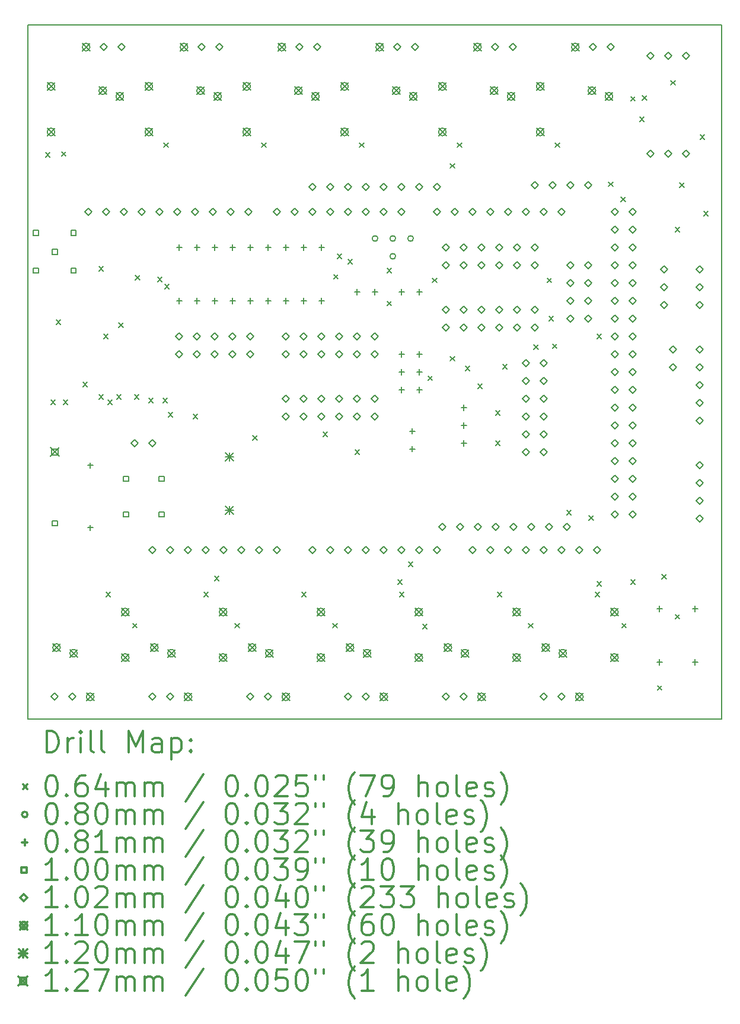
<source format=gbr>
%FSLAX45Y45*%
G04 Gerber Fmt 4.5, Leading zero omitted, Abs format (unit mm)*
G04 Created by KiCad (PCBNEW (2014-12-08 BZR 5317)-product) date mar. 23 déc. 2014 08:51:03 CET*
%MOMM*%
G01*
G04 APERTURE LIST*
%ADD10C,0.127000*%
%ADD11C,0.150000*%
%ADD12C,0.200000*%
%ADD13C,0.300000*%
G04 APERTURE END LIST*
D10*
D11*
X11430000Y-13208000D02*
X11430000Y-8255000D01*
X21336000Y-13208000D02*
X11430000Y-13208000D01*
X21336000Y-3302000D02*
X21336000Y-13208000D01*
X11430000Y-3302000D02*
X21336000Y-3302000D01*
X11430000Y-8255000D02*
X11430000Y-3302000D01*
D12*
X11677650Y-5124450D02*
X11741150Y-5187950D01*
X11741150Y-5124450D02*
X11677650Y-5187950D01*
X11753850Y-8655050D02*
X11817350Y-8718550D01*
X11817350Y-8655050D02*
X11753850Y-8718550D01*
X11830050Y-7512050D02*
X11893550Y-7575550D01*
X11893550Y-7512050D02*
X11830050Y-7575550D01*
X11906250Y-5111750D02*
X11969750Y-5175250D01*
X11969750Y-5111750D02*
X11906250Y-5175250D01*
X11931650Y-8655050D02*
X11995150Y-8718550D01*
X11995150Y-8655050D02*
X11931650Y-8718550D01*
X12211050Y-8401050D02*
X12274550Y-8464550D01*
X12274550Y-8401050D02*
X12211050Y-8464550D01*
X12439650Y-6750050D02*
X12503150Y-6813550D01*
X12503150Y-6750050D02*
X12439650Y-6813550D01*
X12439650Y-8578850D02*
X12503150Y-8642350D01*
X12503150Y-8578850D02*
X12439650Y-8642350D01*
X12509500Y-7715250D02*
X12573000Y-7778750D01*
X12573000Y-7715250D02*
X12509500Y-7778750D01*
X12541250Y-11398250D02*
X12604750Y-11461750D01*
X12604750Y-11398250D02*
X12541250Y-11461750D01*
X12566650Y-8655050D02*
X12630150Y-8718550D01*
X12630150Y-8655050D02*
X12566650Y-8718550D01*
X12693650Y-8578850D02*
X12757150Y-8642350D01*
X12757150Y-8578850D02*
X12693650Y-8642350D01*
X12725400Y-7556500D02*
X12788900Y-7620000D01*
X12788900Y-7556500D02*
X12725400Y-7620000D01*
X12922250Y-11842750D02*
X12985750Y-11906250D01*
X12985750Y-11842750D02*
X12922250Y-11906250D01*
X12947650Y-8578850D02*
X13011150Y-8642350D01*
X13011150Y-8578850D02*
X12947650Y-8642350D01*
X12960350Y-6877050D02*
X13023850Y-6940550D01*
X13023850Y-6877050D02*
X12960350Y-6940550D01*
X13150850Y-8629650D02*
X13214350Y-8693150D01*
X13214350Y-8629650D02*
X13150850Y-8693150D01*
X13277850Y-6902450D02*
X13341350Y-6965950D01*
X13341350Y-6902450D02*
X13277850Y-6965950D01*
X13354050Y-8629650D02*
X13417550Y-8693150D01*
X13417550Y-8629650D02*
X13354050Y-8693150D01*
X13366750Y-4984750D02*
X13430250Y-5048250D01*
X13430250Y-4984750D02*
X13366750Y-5048250D01*
X13379450Y-7004050D02*
X13442950Y-7067550D01*
X13442950Y-7004050D02*
X13379450Y-7067550D01*
X13430250Y-8832850D02*
X13493750Y-8896350D01*
X13493750Y-8832850D02*
X13430250Y-8896350D01*
X13785850Y-8858250D02*
X13849350Y-8921750D01*
X13849350Y-8858250D02*
X13785850Y-8921750D01*
X13938250Y-11398250D02*
X14001750Y-11461750D01*
X14001750Y-11398250D02*
X13938250Y-11461750D01*
X14090650Y-11169650D02*
X14154150Y-11233150D01*
X14154150Y-11169650D02*
X14090650Y-11233150D01*
X14382750Y-11842750D02*
X14446250Y-11906250D01*
X14446250Y-11842750D02*
X14382750Y-11906250D01*
X14636750Y-9163050D02*
X14700250Y-9226550D01*
X14700250Y-9163050D02*
X14636750Y-9226550D01*
X14763750Y-4984750D02*
X14827250Y-5048250D01*
X14827250Y-4984750D02*
X14763750Y-5048250D01*
X15335250Y-11398250D02*
X15398750Y-11461750D01*
X15398750Y-11398250D02*
X15335250Y-11461750D01*
X15640050Y-9112250D02*
X15703550Y-9175750D01*
X15703550Y-9112250D02*
X15640050Y-9175750D01*
X15779750Y-11842750D02*
X15843250Y-11906250D01*
X15843250Y-11842750D02*
X15779750Y-11906250D01*
X15792450Y-6864350D02*
X15855950Y-6927850D01*
X15855950Y-6864350D02*
X15792450Y-6927850D01*
X15843250Y-6572250D02*
X15906750Y-6635750D01*
X15906750Y-6572250D02*
X15843250Y-6635750D01*
X15995650Y-6648450D02*
X16059150Y-6711950D01*
X16059150Y-6648450D02*
X15995650Y-6711950D01*
X16097250Y-9366250D02*
X16160750Y-9429750D01*
X16160750Y-9366250D02*
X16097250Y-9429750D01*
X16160750Y-4984750D02*
X16224250Y-5048250D01*
X16224250Y-4984750D02*
X16160750Y-5048250D01*
X16554450Y-6775450D02*
X16617950Y-6838950D01*
X16617950Y-6775450D02*
X16554450Y-6838950D01*
X16554450Y-7245350D02*
X16617950Y-7308850D01*
X16617950Y-7245350D02*
X16554450Y-7308850D01*
X16706850Y-11220450D02*
X16770350Y-11283950D01*
X16770350Y-11220450D02*
X16706850Y-11283950D01*
X16732250Y-11398250D02*
X16795750Y-11461750D01*
X16795750Y-11398250D02*
X16732250Y-11461750D01*
X16859250Y-10966450D02*
X16922750Y-11029950D01*
X16922750Y-10966450D02*
X16859250Y-11029950D01*
X17062450Y-11855450D02*
X17125950Y-11918950D01*
X17125950Y-11855450D02*
X17062450Y-11918950D01*
X17138650Y-8312150D02*
X17202150Y-8375650D01*
X17202150Y-8312150D02*
X17138650Y-8375650D01*
X17202150Y-6915150D02*
X17265650Y-6978650D01*
X17265650Y-6915150D02*
X17202150Y-6978650D01*
X17456150Y-5283200D02*
X17519650Y-5346700D01*
X17519650Y-5283200D02*
X17456150Y-5346700D01*
X17456150Y-8032750D02*
X17519650Y-8096250D01*
X17519650Y-8032750D02*
X17456150Y-8096250D01*
X17557750Y-4984750D02*
X17621250Y-5048250D01*
X17621250Y-4984750D02*
X17557750Y-5048250D01*
X17672050Y-8172450D02*
X17735550Y-8235950D01*
X17735550Y-8172450D02*
X17672050Y-8235950D01*
X17849850Y-8426450D02*
X17913350Y-8489950D01*
X17913350Y-8426450D02*
X17849850Y-8489950D01*
X18103850Y-8807450D02*
X18167350Y-8870950D01*
X18167350Y-8807450D02*
X18103850Y-8870950D01*
X18103850Y-9239250D02*
X18167350Y-9302750D01*
X18167350Y-9239250D02*
X18103850Y-9302750D01*
X18129250Y-11398250D02*
X18192750Y-11461750D01*
X18192750Y-11398250D02*
X18129250Y-11461750D01*
X18205450Y-8147050D02*
X18268950Y-8210550D01*
X18268950Y-8147050D02*
X18205450Y-8210550D01*
X18573750Y-11842750D02*
X18637250Y-11906250D01*
X18637250Y-11842750D02*
X18573750Y-11906250D01*
X18649950Y-7867650D02*
X18713450Y-7931150D01*
X18713450Y-7867650D02*
X18649950Y-7931150D01*
X18840450Y-6915150D02*
X18903950Y-6978650D01*
X18903950Y-6915150D02*
X18840450Y-6978650D01*
X18865850Y-7461250D02*
X18929350Y-7524750D01*
X18929350Y-7461250D02*
X18865850Y-7524750D01*
X18916650Y-7854950D02*
X18980150Y-7918450D01*
X18980150Y-7854950D02*
X18916650Y-7918450D01*
X18954750Y-4984750D02*
X19018250Y-5048250D01*
X19018250Y-4984750D02*
X18954750Y-5048250D01*
X19119850Y-10229850D02*
X19183350Y-10293350D01*
X19183350Y-10229850D02*
X19119850Y-10293350D01*
X19437350Y-10306050D02*
X19500850Y-10369550D01*
X19500850Y-10306050D02*
X19437350Y-10369550D01*
X19526250Y-11398250D02*
X19589750Y-11461750D01*
X19589750Y-11398250D02*
X19526250Y-11461750D01*
X19551650Y-7715250D02*
X19615150Y-7778750D01*
X19615150Y-7715250D02*
X19551650Y-7778750D01*
X19551650Y-11245850D02*
X19615150Y-11309350D01*
X19615150Y-11245850D02*
X19551650Y-11309350D01*
X19716750Y-5543550D02*
X19780250Y-5607050D01*
X19780250Y-5543550D02*
X19716750Y-5607050D01*
X19894550Y-5759450D02*
X19958050Y-5822950D01*
X19958050Y-5759450D02*
X19894550Y-5822950D01*
X19907250Y-11842750D02*
X19970750Y-11906250D01*
X19970750Y-11842750D02*
X19907250Y-11906250D01*
X20034250Y-4324350D02*
X20097750Y-4387850D01*
X20097750Y-4324350D02*
X20034250Y-4387850D01*
X20034250Y-11220450D02*
X20097750Y-11283950D01*
X20097750Y-11220450D02*
X20034250Y-11283950D01*
X20161250Y-4616450D02*
X20224750Y-4679950D01*
X20224750Y-4616450D02*
X20161250Y-4679950D01*
X20199350Y-4311650D02*
X20262850Y-4375150D01*
X20262850Y-4311650D02*
X20199350Y-4375150D01*
X20415250Y-12731750D02*
X20478750Y-12795250D01*
X20478750Y-12731750D02*
X20415250Y-12795250D01*
X20478750Y-11144250D02*
X20542250Y-11207750D01*
X20542250Y-11144250D02*
X20478750Y-11207750D01*
X20605750Y-4095750D02*
X20669250Y-4159250D01*
X20669250Y-4095750D02*
X20605750Y-4159250D01*
X20669250Y-6191250D02*
X20732750Y-6254750D01*
X20732750Y-6191250D02*
X20669250Y-6254750D01*
X20669250Y-11715750D02*
X20732750Y-11779250D01*
X20732750Y-11715750D02*
X20669250Y-11779250D01*
X20732750Y-5556250D02*
X20796250Y-5619750D01*
X20796250Y-5556250D02*
X20732750Y-5619750D01*
X21024850Y-4870450D02*
X21088350Y-4933950D01*
X21088350Y-4870450D02*
X21024850Y-4933950D01*
X21075650Y-5962650D02*
X21139150Y-6026150D01*
X21139150Y-5962650D02*
X21075650Y-6026150D01*
X16423005Y-6350000D02*
G75*
G03X16423005Y-6350000I-40005J0D01*
G01*
X16677005Y-6350000D02*
G75*
G03X16677005Y-6350000I-40005J0D01*
G01*
X16677005Y-6604000D02*
G75*
G03X16677005Y-6604000I-40005J0D01*
G01*
X16931005Y-6350000D02*
G75*
G03X16931005Y-6350000I-40005J0D01*
G01*
X12319000Y-9547860D02*
X12319000Y-9629140D01*
X12278360Y-9588500D02*
X12359640Y-9588500D01*
X12319000Y-10436860D02*
X12319000Y-10518140D01*
X12278360Y-10477500D02*
X12359640Y-10477500D01*
X13589000Y-6436360D02*
X13589000Y-6517640D01*
X13548360Y-6477000D02*
X13629640Y-6477000D01*
X13589000Y-7198360D02*
X13589000Y-7279640D01*
X13548360Y-7239000D02*
X13629640Y-7239000D01*
X13843000Y-6436360D02*
X13843000Y-6517640D01*
X13802360Y-6477000D02*
X13883640Y-6477000D01*
X13843000Y-7198360D02*
X13843000Y-7279640D01*
X13802360Y-7239000D02*
X13883640Y-7239000D01*
X14097000Y-6436360D02*
X14097000Y-6517640D01*
X14056360Y-6477000D02*
X14137640Y-6477000D01*
X14097000Y-7198360D02*
X14097000Y-7279640D01*
X14056360Y-7239000D02*
X14137640Y-7239000D01*
X14351000Y-6436360D02*
X14351000Y-6517640D01*
X14310360Y-6477000D02*
X14391640Y-6477000D01*
X14351000Y-7198360D02*
X14351000Y-7279640D01*
X14310360Y-7239000D02*
X14391640Y-7239000D01*
X14605000Y-6436360D02*
X14605000Y-6517640D01*
X14564360Y-6477000D02*
X14645640Y-6477000D01*
X14605000Y-7198360D02*
X14605000Y-7279640D01*
X14564360Y-7239000D02*
X14645640Y-7239000D01*
X14859000Y-6436360D02*
X14859000Y-6517640D01*
X14818360Y-6477000D02*
X14899640Y-6477000D01*
X14859000Y-7198360D02*
X14859000Y-7279640D01*
X14818360Y-7239000D02*
X14899640Y-7239000D01*
X15113000Y-6436360D02*
X15113000Y-6517640D01*
X15072360Y-6477000D02*
X15153640Y-6477000D01*
X15113000Y-7198360D02*
X15113000Y-7279640D01*
X15072360Y-7239000D02*
X15153640Y-7239000D01*
X15367000Y-6436360D02*
X15367000Y-6517640D01*
X15326360Y-6477000D02*
X15407640Y-6477000D01*
X15367000Y-7198360D02*
X15367000Y-7279640D01*
X15326360Y-7239000D02*
X15407640Y-7239000D01*
X15621000Y-6436360D02*
X15621000Y-6517640D01*
X15580360Y-6477000D02*
X15661640Y-6477000D01*
X15621000Y-7198360D02*
X15621000Y-7279640D01*
X15580360Y-7239000D02*
X15661640Y-7239000D01*
X16129000Y-7071360D02*
X16129000Y-7152640D01*
X16088360Y-7112000D02*
X16169640Y-7112000D01*
X16383000Y-7071360D02*
X16383000Y-7152640D01*
X16342360Y-7112000D02*
X16423640Y-7112000D01*
X16764000Y-7071360D02*
X16764000Y-7152640D01*
X16723360Y-7112000D02*
X16804640Y-7112000D01*
X16764000Y-7960360D02*
X16764000Y-8041640D01*
X16723360Y-8001000D02*
X16804640Y-8001000D01*
X16764000Y-8214360D02*
X16764000Y-8295640D01*
X16723360Y-8255000D02*
X16804640Y-8255000D01*
X16764000Y-8468360D02*
X16764000Y-8549640D01*
X16723360Y-8509000D02*
X16804640Y-8509000D01*
X16916400Y-9058910D02*
X16916400Y-9140190D01*
X16875760Y-9099550D02*
X16957040Y-9099550D01*
X16916400Y-9312910D02*
X16916400Y-9394190D01*
X16875760Y-9353550D02*
X16957040Y-9353550D01*
X17018000Y-7071360D02*
X17018000Y-7152640D01*
X16977360Y-7112000D02*
X17058640Y-7112000D01*
X17018000Y-7960360D02*
X17018000Y-8041640D01*
X16977360Y-8001000D02*
X17058640Y-8001000D01*
X17018000Y-8214360D02*
X17018000Y-8295640D01*
X16977360Y-8255000D02*
X17058640Y-8255000D01*
X17018000Y-8468360D02*
X17018000Y-8549640D01*
X16977360Y-8509000D02*
X17058640Y-8509000D01*
X17653000Y-8722360D02*
X17653000Y-8803640D01*
X17612360Y-8763000D02*
X17693640Y-8763000D01*
X17653000Y-8976360D02*
X17653000Y-9057640D01*
X17612360Y-9017000D02*
X17693640Y-9017000D01*
X17653000Y-9230360D02*
X17653000Y-9311640D01*
X17612360Y-9271000D02*
X17693640Y-9271000D01*
X20447000Y-11592560D02*
X20447000Y-11673840D01*
X20406360Y-11633200D02*
X20487640Y-11633200D01*
X20447000Y-12354560D02*
X20447000Y-12435840D01*
X20406360Y-12395200D02*
X20487640Y-12395200D01*
X20955000Y-11592560D02*
X20955000Y-11673840D01*
X20914360Y-11633200D02*
X20995640Y-11633200D01*
X20955000Y-12354560D02*
X20955000Y-12435840D01*
X20914360Y-12395200D02*
X20995640Y-12395200D01*
X11576380Y-6305880D02*
X11576380Y-6235115D01*
X11505615Y-6235115D01*
X11505615Y-6305880D01*
X11576380Y-6305880D01*
X11576380Y-6845884D02*
X11576380Y-6775119D01*
X11505615Y-6775119D01*
X11505615Y-6845884D01*
X11576380Y-6845884D01*
X11846382Y-6575882D02*
X11846382Y-6505117D01*
X11775617Y-6505117D01*
X11775617Y-6575882D01*
X11846382Y-6575882D01*
X11846382Y-10449383D02*
X11846382Y-10378618D01*
X11775617Y-10378618D01*
X11775617Y-10449383D01*
X11846382Y-10449383D01*
X12116384Y-6305880D02*
X12116384Y-6235115D01*
X12045619Y-6235115D01*
X12045619Y-6305880D01*
X12116384Y-6305880D01*
X12116384Y-6845884D02*
X12116384Y-6775119D01*
X12045619Y-6775119D01*
X12045619Y-6845884D01*
X12116384Y-6845884D01*
X12862382Y-9814383D02*
X12862382Y-9743618D01*
X12791617Y-9743618D01*
X12791617Y-9814383D01*
X12862382Y-9814383D01*
X12862382Y-10322383D02*
X12862382Y-10251618D01*
X12791617Y-10251618D01*
X12791617Y-10322383D01*
X12862382Y-10322383D01*
X13370382Y-9814383D02*
X13370382Y-9743618D01*
X13299617Y-9743618D01*
X13299617Y-9814383D01*
X13370382Y-9814383D01*
X13370382Y-10322383D02*
X13370382Y-10251618D01*
X13299617Y-10251618D01*
X13299617Y-10322383D01*
X13370382Y-10322383D01*
X11811000Y-12941300D02*
X11861800Y-12890500D01*
X11811000Y-12839700D01*
X11760200Y-12890500D01*
X11811000Y-12941300D01*
X12065000Y-12941300D02*
X12115800Y-12890500D01*
X12065000Y-12839700D01*
X12014200Y-12890500D01*
X12065000Y-12941300D01*
X12293600Y-6019800D02*
X12344400Y-5969000D01*
X12293600Y-5918200D01*
X12242800Y-5969000D01*
X12293600Y-6019800D01*
X12509500Y-3670300D02*
X12560300Y-3619500D01*
X12509500Y-3568700D01*
X12458700Y-3619500D01*
X12509500Y-3670300D01*
X12547600Y-6019800D02*
X12598400Y-5969000D01*
X12547600Y-5918200D01*
X12496800Y-5969000D01*
X12547600Y-6019800D01*
X12763500Y-3670300D02*
X12814300Y-3619500D01*
X12763500Y-3568700D01*
X12712700Y-3619500D01*
X12763500Y-3670300D01*
X12801600Y-6019800D02*
X12852400Y-5969000D01*
X12801600Y-5918200D01*
X12750800Y-5969000D01*
X12801600Y-6019800D01*
X12954000Y-9321800D02*
X13004800Y-9271000D01*
X12954000Y-9220200D01*
X12903200Y-9271000D01*
X12954000Y-9321800D01*
X13055600Y-6019800D02*
X13106400Y-5969000D01*
X13055600Y-5918200D01*
X13004800Y-5969000D01*
X13055600Y-6019800D01*
X13208000Y-9321800D02*
X13258800Y-9271000D01*
X13208000Y-9220200D01*
X13157200Y-9271000D01*
X13208000Y-9321800D01*
X13208000Y-10845800D02*
X13258800Y-10795000D01*
X13208000Y-10744200D01*
X13157200Y-10795000D01*
X13208000Y-10845800D01*
X13208000Y-12941300D02*
X13258800Y-12890500D01*
X13208000Y-12839700D01*
X13157200Y-12890500D01*
X13208000Y-12941300D01*
X13309600Y-6019800D02*
X13360400Y-5969000D01*
X13309600Y-5918200D01*
X13258800Y-5969000D01*
X13309600Y-6019800D01*
X13462000Y-10845800D02*
X13512800Y-10795000D01*
X13462000Y-10744200D01*
X13411200Y-10795000D01*
X13462000Y-10845800D01*
X13462000Y-12941300D02*
X13512800Y-12890500D01*
X13462000Y-12839700D01*
X13411200Y-12890500D01*
X13462000Y-12941300D01*
X13563600Y-6019800D02*
X13614400Y-5969000D01*
X13563600Y-5918200D01*
X13512800Y-5969000D01*
X13563600Y-6019800D01*
X13589000Y-7797800D02*
X13639800Y-7747000D01*
X13589000Y-7696200D01*
X13538200Y-7747000D01*
X13589000Y-7797800D01*
X13589000Y-8051800D02*
X13639800Y-8001000D01*
X13589000Y-7950200D01*
X13538200Y-8001000D01*
X13589000Y-8051800D01*
X13716000Y-10845800D02*
X13766800Y-10795000D01*
X13716000Y-10744200D01*
X13665200Y-10795000D01*
X13716000Y-10845800D01*
X13817600Y-6019800D02*
X13868400Y-5969000D01*
X13817600Y-5918200D01*
X13766800Y-5969000D01*
X13817600Y-6019800D01*
X13843000Y-7797800D02*
X13893800Y-7747000D01*
X13843000Y-7696200D01*
X13792200Y-7747000D01*
X13843000Y-7797800D01*
X13843000Y-8051800D02*
X13893800Y-8001000D01*
X13843000Y-7950200D01*
X13792200Y-8001000D01*
X13843000Y-8051800D01*
X13906500Y-3670300D02*
X13957300Y-3619500D01*
X13906500Y-3568700D01*
X13855700Y-3619500D01*
X13906500Y-3670300D01*
X13970000Y-10845800D02*
X14020800Y-10795000D01*
X13970000Y-10744200D01*
X13919200Y-10795000D01*
X13970000Y-10845800D01*
X14071600Y-6019800D02*
X14122400Y-5969000D01*
X14071600Y-5918200D01*
X14020800Y-5969000D01*
X14071600Y-6019800D01*
X14097000Y-7797800D02*
X14147800Y-7747000D01*
X14097000Y-7696200D01*
X14046200Y-7747000D01*
X14097000Y-7797800D01*
X14097000Y-8051800D02*
X14147800Y-8001000D01*
X14097000Y-7950200D01*
X14046200Y-8001000D01*
X14097000Y-8051800D01*
X14160500Y-3670300D02*
X14211300Y-3619500D01*
X14160500Y-3568700D01*
X14109700Y-3619500D01*
X14160500Y-3670300D01*
X14224000Y-10845800D02*
X14274800Y-10795000D01*
X14224000Y-10744200D01*
X14173200Y-10795000D01*
X14224000Y-10845800D01*
X14325600Y-6019800D02*
X14376400Y-5969000D01*
X14325600Y-5918200D01*
X14274800Y-5969000D01*
X14325600Y-6019800D01*
X14351000Y-7797800D02*
X14401800Y-7747000D01*
X14351000Y-7696200D01*
X14300200Y-7747000D01*
X14351000Y-7797800D01*
X14351000Y-8051800D02*
X14401800Y-8001000D01*
X14351000Y-7950200D01*
X14300200Y-8001000D01*
X14351000Y-8051800D01*
X14478000Y-10845800D02*
X14528800Y-10795000D01*
X14478000Y-10744200D01*
X14427200Y-10795000D01*
X14478000Y-10845800D01*
X14579600Y-6019800D02*
X14630400Y-5969000D01*
X14579600Y-5918200D01*
X14528800Y-5969000D01*
X14579600Y-6019800D01*
X14605000Y-7797800D02*
X14655800Y-7747000D01*
X14605000Y-7696200D01*
X14554200Y-7747000D01*
X14605000Y-7797800D01*
X14605000Y-8051800D02*
X14655800Y-8001000D01*
X14605000Y-7950200D01*
X14554200Y-8001000D01*
X14605000Y-8051800D01*
X14605000Y-12941300D02*
X14655800Y-12890500D01*
X14605000Y-12839700D01*
X14554200Y-12890500D01*
X14605000Y-12941300D01*
X14732000Y-10845800D02*
X14782800Y-10795000D01*
X14732000Y-10744200D01*
X14681200Y-10795000D01*
X14732000Y-10845800D01*
X14859000Y-12941300D02*
X14909800Y-12890500D01*
X14859000Y-12839700D01*
X14808200Y-12890500D01*
X14859000Y-12941300D01*
X14986000Y-6019800D02*
X15036800Y-5969000D01*
X14986000Y-5918200D01*
X14935200Y-5969000D01*
X14986000Y-6019800D01*
X14986000Y-10845800D02*
X15036800Y-10795000D01*
X14986000Y-10744200D01*
X14935200Y-10795000D01*
X14986000Y-10845800D01*
X15113000Y-7797800D02*
X15163800Y-7747000D01*
X15113000Y-7696200D01*
X15062200Y-7747000D01*
X15113000Y-7797800D01*
X15113000Y-8051800D02*
X15163800Y-8001000D01*
X15113000Y-7950200D01*
X15062200Y-8001000D01*
X15113000Y-8051800D01*
X15113000Y-8686800D02*
X15163800Y-8636000D01*
X15113000Y-8585200D01*
X15062200Y-8636000D01*
X15113000Y-8686800D01*
X15113000Y-8940800D02*
X15163800Y-8890000D01*
X15113000Y-8839200D01*
X15062200Y-8890000D01*
X15113000Y-8940800D01*
X15240000Y-6019800D02*
X15290800Y-5969000D01*
X15240000Y-5918200D01*
X15189200Y-5969000D01*
X15240000Y-6019800D01*
X15303500Y-3670300D02*
X15354300Y-3619500D01*
X15303500Y-3568700D01*
X15252700Y-3619500D01*
X15303500Y-3670300D01*
X15367000Y-7797800D02*
X15417800Y-7747000D01*
X15367000Y-7696200D01*
X15316200Y-7747000D01*
X15367000Y-7797800D01*
X15367000Y-8051800D02*
X15417800Y-8001000D01*
X15367000Y-7950200D01*
X15316200Y-8001000D01*
X15367000Y-8051800D01*
X15367000Y-8686800D02*
X15417800Y-8636000D01*
X15367000Y-8585200D01*
X15316200Y-8636000D01*
X15367000Y-8686800D01*
X15367000Y-8940800D02*
X15417800Y-8890000D01*
X15367000Y-8839200D01*
X15316200Y-8890000D01*
X15367000Y-8940800D01*
X15494000Y-5664200D02*
X15544800Y-5613400D01*
X15494000Y-5562600D01*
X15443200Y-5613400D01*
X15494000Y-5664200D01*
X15494000Y-6019800D02*
X15544800Y-5969000D01*
X15494000Y-5918200D01*
X15443200Y-5969000D01*
X15494000Y-6019800D01*
X15494000Y-10845800D02*
X15544800Y-10795000D01*
X15494000Y-10744200D01*
X15443200Y-10795000D01*
X15494000Y-10845800D01*
X15557500Y-3670300D02*
X15608300Y-3619500D01*
X15557500Y-3568700D01*
X15506700Y-3619500D01*
X15557500Y-3670300D01*
X15621000Y-7797800D02*
X15671800Y-7747000D01*
X15621000Y-7696200D01*
X15570200Y-7747000D01*
X15621000Y-7797800D01*
X15621000Y-8051800D02*
X15671800Y-8001000D01*
X15621000Y-7950200D01*
X15570200Y-8001000D01*
X15621000Y-8051800D01*
X15621000Y-8686800D02*
X15671800Y-8636000D01*
X15621000Y-8585200D01*
X15570200Y-8636000D01*
X15621000Y-8686800D01*
X15621000Y-8940800D02*
X15671800Y-8890000D01*
X15621000Y-8839200D01*
X15570200Y-8890000D01*
X15621000Y-8940800D01*
X15748000Y-5664200D02*
X15798800Y-5613400D01*
X15748000Y-5562600D01*
X15697200Y-5613400D01*
X15748000Y-5664200D01*
X15748000Y-6019800D02*
X15798800Y-5969000D01*
X15748000Y-5918200D01*
X15697200Y-5969000D01*
X15748000Y-6019800D01*
X15748000Y-10845800D02*
X15798800Y-10795000D01*
X15748000Y-10744200D01*
X15697200Y-10795000D01*
X15748000Y-10845800D01*
X15875000Y-7797800D02*
X15925800Y-7747000D01*
X15875000Y-7696200D01*
X15824200Y-7747000D01*
X15875000Y-7797800D01*
X15875000Y-8051800D02*
X15925800Y-8001000D01*
X15875000Y-7950200D01*
X15824200Y-8001000D01*
X15875000Y-8051800D01*
X15875000Y-8686800D02*
X15925800Y-8636000D01*
X15875000Y-8585200D01*
X15824200Y-8636000D01*
X15875000Y-8686800D01*
X15875000Y-8940800D02*
X15925800Y-8890000D01*
X15875000Y-8839200D01*
X15824200Y-8890000D01*
X15875000Y-8940800D01*
X16002000Y-5664200D02*
X16052800Y-5613400D01*
X16002000Y-5562600D01*
X15951200Y-5613400D01*
X16002000Y-5664200D01*
X16002000Y-6019800D02*
X16052800Y-5969000D01*
X16002000Y-5918200D01*
X15951200Y-5969000D01*
X16002000Y-6019800D01*
X16002000Y-10845800D02*
X16052800Y-10795000D01*
X16002000Y-10744200D01*
X15951200Y-10795000D01*
X16002000Y-10845800D01*
X16002000Y-12941300D02*
X16052800Y-12890500D01*
X16002000Y-12839700D01*
X15951200Y-12890500D01*
X16002000Y-12941300D01*
X16129000Y-7797800D02*
X16179800Y-7747000D01*
X16129000Y-7696200D01*
X16078200Y-7747000D01*
X16129000Y-7797800D01*
X16129000Y-8051800D02*
X16179800Y-8001000D01*
X16129000Y-7950200D01*
X16078200Y-8001000D01*
X16129000Y-8051800D01*
X16129000Y-8686800D02*
X16179800Y-8636000D01*
X16129000Y-8585200D01*
X16078200Y-8636000D01*
X16129000Y-8686800D01*
X16129000Y-8940800D02*
X16179800Y-8890000D01*
X16129000Y-8839200D01*
X16078200Y-8890000D01*
X16129000Y-8940800D01*
X16256000Y-5664200D02*
X16306800Y-5613400D01*
X16256000Y-5562600D01*
X16205200Y-5613400D01*
X16256000Y-5664200D01*
X16256000Y-6019800D02*
X16306800Y-5969000D01*
X16256000Y-5918200D01*
X16205200Y-5969000D01*
X16256000Y-6019800D01*
X16256000Y-10845800D02*
X16306800Y-10795000D01*
X16256000Y-10744200D01*
X16205200Y-10795000D01*
X16256000Y-10845800D01*
X16256000Y-12941300D02*
X16306800Y-12890500D01*
X16256000Y-12839700D01*
X16205200Y-12890500D01*
X16256000Y-12941300D01*
X16383000Y-7797800D02*
X16433800Y-7747000D01*
X16383000Y-7696200D01*
X16332200Y-7747000D01*
X16383000Y-7797800D01*
X16383000Y-8051800D02*
X16433800Y-8001000D01*
X16383000Y-7950200D01*
X16332200Y-8001000D01*
X16383000Y-8051800D01*
X16383000Y-8686800D02*
X16433800Y-8636000D01*
X16383000Y-8585200D01*
X16332200Y-8636000D01*
X16383000Y-8686800D01*
X16383000Y-8940800D02*
X16433800Y-8890000D01*
X16383000Y-8839200D01*
X16332200Y-8890000D01*
X16383000Y-8940800D01*
X16510000Y-5664200D02*
X16560800Y-5613400D01*
X16510000Y-5562600D01*
X16459200Y-5613400D01*
X16510000Y-5664200D01*
X16510000Y-6019800D02*
X16560800Y-5969000D01*
X16510000Y-5918200D01*
X16459200Y-5969000D01*
X16510000Y-6019800D01*
X16510000Y-10845800D02*
X16560800Y-10795000D01*
X16510000Y-10744200D01*
X16459200Y-10795000D01*
X16510000Y-10845800D01*
X16700500Y-3670300D02*
X16751300Y-3619500D01*
X16700500Y-3568700D01*
X16649700Y-3619500D01*
X16700500Y-3670300D01*
X16764000Y-5664200D02*
X16814800Y-5613400D01*
X16764000Y-5562600D01*
X16713200Y-5613400D01*
X16764000Y-5664200D01*
X16764000Y-6019800D02*
X16814800Y-5969000D01*
X16764000Y-5918200D01*
X16713200Y-5969000D01*
X16764000Y-6019800D01*
X16764000Y-10845800D02*
X16814800Y-10795000D01*
X16764000Y-10744200D01*
X16713200Y-10795000D01*
X16764000Y-10845800D01*
X16954500Y-3670300D02*
X17005300Y-3619500D01*
X16954500Y-3568700D01*
X16903700Y-3619500D01*
X16954500Y-3670300D01*
X17018000Y-5664200D02*
X17068800Y-5613400D01*
X17018000Y-5562600D01*
X16967200Y-5613400D01*
X17018000Y-5664200D01*
X17018000Y-10845800D02*
X17068800Y-10795000D01*
X17018000Y-10744200D01*
X16967200Y-10795000D01*
X17018000Y-10845800D01*
X17272000Y-5664200D02*
X17322800Y-5613400D01*
X17272000Y-5562600D01*
X17221200Y-5613400D01*
X17272000Y-5664200D01*
X17272000Y-6019800D02*
X17322800Y-5969000D01*
X17272000Y-5918200D01*
X17221200Y-5969000D01*
X17272000Y-6019800D01*
X17272000Y-10845800D02*
X17322800Y-10795000D01*
X17272000Y-10744200D01*
X17221200Y-10795000D01*
X17272000Y-10845800D01*
X17348200Y-10515600D02*
X17399000Y-10464800D01*
X17348200Y-10414000D01*
X17297400Y-10464800D01*
X17348200Y-10515600D01*
X17399000Y-6527800D02*
X17449800Y-6477000D01*
X17399000Y-6426200D01*
X17348200Y-6477000D01*
X17399000Y-6527800D01*
X17399000Y-6781800D02*
X17449800Y-6731000D01*
X17399000Y-6680200D01*
X17348200Y-6731000D01*
X17399000Y-6781800D01*
X17399000Y-7416800D02*
X17449800Y-7366000D01*
X17399000Y-7315200D01*
X17348200Y-7366000D01*
X17399000Y-7416800D01*
X17399000Y-7670800D02*
X17449800Y-7620000D01*
X17399000Y-7569200D01*
X17348200Y-7620000D01*
X17399000Y-7670800D01*
X17399000Y-12941300D02*
X17449800Y-12890500D01*
X17399000Y-12839700D01*
X17348200Y-12890500D01*
X17399000Y-12941300D01*
X17526000Y-6019800D02*
X17576800Y-5969000D01*
X17526000Y-5918200D01*
X17475200Y-5969000D01*
X17526000Y-6019800D01*
X17602200Y-10515600D02*
X17653000Y-10464800D01*
X17602200Y-10414000D01*
X17551400Y-10464800D01*
X17602200Y-10515600D01*
X17653000Y-6527800D02*
X17703800Y-6477000D01*
X17653000Y-6426200D01*
X17602200Y-6477000D01*
X17653000Y-6527800D01*
X17653000Y-6781800D02*
X17703800Y-6731000D01*
X17653000Y-6680200D01*
X17602200Y-6731000D01*
X17653000Y-6781800D01*
X17653000Y-7416800D02*
X17703800Y-7366000D01*
X17653000Y-7315200D01*
X17602200Y-7366000D01*
X17653000Y-7416800D01*
X17653000Y-7670800D02*
X17703800Y-7620000D01*
X17653000Y-7569200D01*
X17602200Y-7620000D01*
X17653000Y-7670800D01*
X17653000Y-12941300D02*
X17703800Y-12890500D01*
X17653000Y-12839700D01*
X17602200Y-12890500D01*
X17653000Y-12941300D01*
X17780000Y-6019800D02*
X17830800Y-5969000D01*
X17780000Y-5918200D01*
X17729200Y-5969000D01*
X17780000Y-6019800D01*
X17780000Y-10845800D02*
X17830800Y-10795000D01*
X17780000Y-10744200D01*
X17729200Y-10795000D01*
X17780000Y-10845800D01*
X17856200Y-10515600D02*
X17907000Y-10464800D01*
X17856200Y-10414000D01*
X17805400Y-10464800D01*
X17856200Y-10515600D01*
X17907000Y-6527800D02*
X17957800Y-6477000D01*
X17907000Y-6426200D01*
X17856200Y-6477000D01*
X17907000Y-6527800D01*
X17907000Y-6781800D02*
X17957800Y-6731000D01*
X17907000Y-6680200D01*
X17856200Y-6731000D01*
X17907000Y-6781800D01*
X17907000Y-7416800D02*
X17957800Y-7366000D01*
X17907000Y-7315200D01*
X17856200Y-7366000D01*
X17907000Y-7416800D01*
X17907000Y-7670800D02*
X17957800Y-7620000D01*
X17907000Y-7569200D01*
X17856200Y-7620000D01*
X17907000Y-7670800D01*
X18034000Y-6019800D02*
X18084800Y-5969000D01*
X18034000Y-5918200D01*
X17983200Y-5969000D01*
X18034000Y-6019800D01*
X18034000Y-10845800D02*
X18084800Y-10795000D01*
X18034000Y-10744200D01*
X17983200Y-10795000D01*
X18034000Y-10845800D01*
X18097500Y-3670300D02*
X18148300Y-3619500D01*
X18097500Y-3568700D01*
X18046700Y-3619500D01*
X18097500Y-3670300D01*
X18110200Y-10515600D02*
X18161000Y-10464800D01*
X18110200Y-10414000D01*
X18059400Y-10464800D01*
X18110200Y-10515600D01*
X18161000Y-6527800D02*
X18211800Y-6477000D01*
X18161000Y-6426200D01*
X18110200Y-6477000D01*
X18161000Y-6527800D01*
X18161000Y-6781800D02*
X18211800Y-6731000D01*
X18161000Y-6680200D01*
X18110200Y-6731000D01*
X18161000Y-6781800D01*
X18161000Y-7416800D02*
X18211800Y-7366000D01*
X18161000Y-7315200D01*
X18110200Y-7366000D01*
X18161000Y-7416800D01*
X18161000Y-7670800D02*
X18211800Y-7620000D01*
X18161000Y-7569200D01*
X18110200Y-7620000D01*
X18161000Y-7670800D01*
X18288000Y-6019800D02*
X18338800Y-5969000D01*
X18288000Y-5918200D01*
X18237200Y-5969000D01*
X18288000Y-6019800D01*
X18288000Y-10845800D02*
X18338800Y-10795000D01*
X18288000Y-10744200D01*
X18237200Y-10795000D01*
X18288000Y-10845800D01*
X18351500Y-3670300D02*
X18402300Y-3619500D01*
X18351500Y-3568700D01*
X18300700Y-3619500D01*
X18351500Y-3670300D01*
X18364200Y-10515600D02*
X18415000Y-10464800D01*
X18364200Y-10414000D01*
X18313400Y-10464800D01*
X18364200Y-10515600D01*
X18415000Y-6527800D02*
X18465800Y-6477000D01*
X18415000Y-6426200D01*
X18364200Y-6477000D01*
X18415000Y-6527800D01*
X18415000Y-6781800D02*
X18465800Y-6731000D01*
X18415000Y-6680200D01*
X18364200Y-6731000D01*
X18415000Y-6781800D01*
X18415000Y-7416800D02*
X18465800Y-7366000D01*
X18415000Y-7315200D01*
X18364200Y-7366000D01*
X18415000Y-7416800D01*
X18415000Y-7670800D02*
X18465800Y-7620000D01*
X18415000Y-7569200D01*
X18364200Y-7620000D01*
X18415000Y-7670800D01*
X18542000Y-6019800D02*
X18592800Y-5969000D01*
X18542000Y-5918200D01*
X18491200Y-5969000D01*
X18542000Y-6019800D01*
X18542000Y-8178800D02*
X18592800Y-8128000D01*
X18542000Y-8077200D01*
X18491200Y-8128000D01*
X18542000Y-8178800D01*
X18542000Y-8432800D02*
X18592800Y-8382000D01*
X18542000Y-8331200D01*
X18491200Y-8382000D01*
X18542000Y-8432800D01*
X18542000Y-8686800D02*
X18592800Y-8636000D01*
X18542000Y-8585200D01*
X18491200Y-8636000D01*
X18542000Y-8686800D01*
X18542000Y-8940800D02*
X18592800Y-8890000D01*
X18542000Y-8839200D01*
X18491200Y-8890000D01*
X18542000Y-8940800D01*
X18542000Y-9194800D02*
X18592800Y-9144000D01*
X18542000Y-9093200D01*
X18491200Y-9144000D01*
X18542000Y-9194800D01*
X18542000Y-9448800D02*
X18592800Y-9398000D01*
X18542000Y-9347200D01*
X18491200Y-9398000D01*
X18542000Y-9448800D01*
X18542000Y-10845800D02*
X18592800Y-10795000D01*
X18542000Y-10744200D01*
X18491200Y-10795000D01*
X18542000Y-10845800D01*
X18618200Y-10515600D02*
X18669000Y-10464800D01*
X18618200Y-10414000D01*
X18567400Y-10464800D01*
X18618200Y-10515600D01*
X18669000Y-5638800D02*
X18719800Y-5588000D01*
X18669000Y-5537200D01*
X18618200Y-5588000D01*
X18669000Y-5638800D01*
X18669000Y-6527800D02*
X18719800Y-6477000D01*
X18669000Y-6426200D01*
X18618200Y-6477000D01*
X18669000Y-6527800D01*
X18669000Y-6781800D02*
X18719800Y-6731000D01*
X18669000Y-6680200D01*
X18618200Y-6731000D01*
X18669000Y-6781800D01*
X18669000Y-7416800D02*
X18719800Y-7366000D01*
X18669000Y-7315200D01*
X18618200Y-7366000D01*
X18669000Y-7416800D01*
X18669000Y-7670800D02*
X18719800Y-7620000D01*
X18669000Y-7569200D01*
X18618200Y-7620000D01*
X18669000Y-7670800D01*
X18796000Y-6019800D02*
X18846800Y-5969000D01*
X18796000Y-5918200D01*
X18745200Y-5969000D01*
X18796000Y-6019800D01*
X18796000Y-8178800D02*
X18846800Y-8128000D01*
X18796000Y-8077200D01*
X18745200Y-8128000D01*
X18796000Y-8178800D01*
X18796000Y-8432800D02*
X18846800Y-8382000D01*
X18796000Y-8331200D01*
X18745200Y-8382000D01*
X18796000Y-8432800D01*
X18796000Y-8686800D02*
X18846800Y-8636000D01*
X18796000Y-8585200D01*
X18745200Y-8636000D01*
X18796000Y-8686800D01*
X18796000Y-8940800D02*
X18846800Y-8890000D01*
X18796000Y-8839200D01*
X18745200Y-8890000D01*
X18796000Y-8940800D01*
X18796000Y-9194800D02*
X18846800Y-9144000D01*
X18796000Y-9093200D01*
X18745200Y-9144000D01*
X18796000Y-9194800D01*
X18796000Y-9448800D02*
X18846800Y-9398000D01*
X18796000Y-9347200D01*
X18745200Y-9398000D01*
X18796000Y-9448800D01*
X18796000Y-10845800D02*
X18846800Y-10795000D01*
X18796000Y-10744200D01*
X18745200Y-10795000D01*
X18796000Y-10845800D01*
X18796000Y-12941300D02*
X18846800Y-12890500D01*
X18796000Y-12839700D01*
X18745200Y-12890500D01*
X18796000Y-12941300D01*
X18872200Y-10515600D02*
X18923000Y-10464800D01*
X18872200Y-10414000D01*
X18821400Y-10464800D01*
X18872200Y-10515600D01*
X18923000Y-5638800D02*
X18973800Y-5588000D01*
X18923000Y-5537200D01*
X18872200Y-5588000D01*
X18923000Y-5638800D01*
X19050000Y-6019800D02*
X19100800Y-5969000D01*
X19050000Y-5918200D01*
X18999200Y-5969000D01*
X19050000Y-6019800D01*
X19050000Y-10845800D02*
X19100800Y-10795000D01*
X19050000Y-10744200D01*
X18999200Y-10795000D01*
X19050000Y-10845800D01*
X19050000Y-12941300D02*
X19100800Y-12890500D01*
X19050000Y-12839700D01*
X18999200Y-12890500D01*
X19050000Y-12941300D01*
X19126200Y-10515600D02*
X19177000Y-10464800D01*
X19126200Y-10414000D01*
X19075400Y-10464800D01*
X19126200Y-10515600D01*
X19177000Y-5638800D02*
X19227800Y-5588000D01*
X19177000Y-5537200D01*
X19126200Y-5588000D01*
X19177000Y-5638800D01*
X19177000Y-6781800D02*
X19227800Y-6731000D01*
X19177000Y-6680200D01*
X19126200Y-6731000D01*
X19177000Y-6781800D01*
X19177000Y-7035800D02*
X19227800Y-6985000D01*
X19177000Y-6934200D01*
X19126200Y-6985000D01*
X19177000Y-7035800D01*
X19177000Y-7289800D02*
X19227800Y-7239000D01*
X19177000Y-7188200D01*
X19126200Y-7239000D01*
X19177000Y-7289800D01*
X19177000Y-7543800D02*
X19227800Y-7493000D01*
X19177000Y-7442200D01*
X19126200Y-7493000D01*
X19177000Y-7543800D01*
X19304000Y-10845800D02*
X19354800Y-10795000D01*
X19304000Y-10744200D01*
X19253200Y-10795000D01*
X19304000Y-10845800D01*
X19431000Y-5638800D02*
X19481800Y-5588000D01*
X19431000Y-5537200D01*
X19380200Y-5588000D01*
X19431000Y-5638800D01*
X19431000Y-6781800D02*
X19481800Y-6731000D01*
X19431000Y-6680200D01*
X19380200Y-6731000D01*
X19431000Y-6781800D01*
X19431000Y-7035800D02*
X19481800Y-6985000D01*
X19431000Y-6934200D01*
X19380200Y-6985000D01*
X19431000Y-7035800D01*
X19431000Y-7289800D02*
X19481800Y-7239000D01*
X19431000Y-7188200D01*
X19380200Y-7239000D01*
X19431000Y-7289800D01*
X19431000Y-7543800D02*
X19481800Y-7493000D01*
X19431000Y-7442200D01*
X19380200Y-7493000D01*
X19431000Y-7543800D01*
X19494500Y-3670300D02*
X19545300Y-3619500D01*
X19494500Y-3568700D01*
X19443700Y-3619500D01*
X19494500Y-3670300D01*
X19558000Y-10845800D02*
X19608800Y-10795000D01*
X19558000Y-10744200D01*
X19507200Y-10795000D01*
X19558000Y-10845800D01*
X19748500Y-3670300D02*
X19799300Y-3619500D01*
X19748500Y-3568700D01*
X19697700Y-3619500D01*
X19748500Y-3670300D01*
X19812000Y-6019800D02*
X19862800Y-5969000D01*
X19812000Y-5918200D01*
X19761200Y-5969000D01*
X19812000Y-6019800D01*
X19812000Y-6273800D02*
X19862800Y-6223000D01*
X19812000Y-6172200D01*
X19761200Y-6223000D01*
X19812000Y-6273800D01*
X19812000Y-6527800D02*
X19862800Y-6477000D01*
X19812000Y-6426200D01*
X19761200Y-6477000D01*
X19812000Y-6527800D01*
X19812000Y-6781800D02*
X19862800Y-6731000D01*
X19812000Y-6680200D01*
X19761200Y-6731000D01*
X19812000Y-6781800D01*
X19812000Y-7035800D02*
X19862800Y-6985000D01*
X19812000Y-6934200D01*
X19761200Y-6985000D01*
X19812000Y-7035800D01*
X19812000Y-7289800D02*
X19862800Y-7239000D01*
X19812000Y-7188200D01*
X19761200Y-7239000D01*
X19812000Y-7289800D01*
X19812000Y-7543800D02*
X19862800Y-7493000D01*
X19812000Y-7442200D01*
X19761200Y-7493000D01*
X19812000Y-7543800D01*
X19812000Y-7797800D02*
X19862800Y-7747000D01*
X19812000Y-7696200D01*
X19761200Y-7747000D01*
X19812000Y-7797800D01*
X19812000Y-8051800D02*
X19862800Y-8001000D01*
X19812000Y-7950200D01*
X19761200Y-8001000D01*
X19812000Y-8051800D01*
X19812000Y-8305800D02*
X19862800Y-8255000D01*
X19812000Y-8204200D01*
X19761200Y-8255000D01*
X19812000Y-8305800D01*
X19812000Y-8559800D02*
X19862800Y-8509000D01*
X19812000Y-8458200D01*
X19761200Y-8509000D01*
X19812000Y-8559800D01*
X19812000Y-8813800D02*
X19862800Y-8763000D01*
X19812000Y-8712200D01*
X19761200Y-8763000D01*
X19812000Y-8813800D01*
X19812000Y-9067800D02*
X19862800Y-9017000D01*
X19812000Y-8966200D01*
X19761200Y-9017000D01*
X19812000Y-9067800D01*
X19812000Y-9321800D02*
X19862800Y-9271000D01*
X19812000Y-9220200D01*
X19761200Y-9271000D01*
X19812000Y-9321800D01*
X19812000Y-9575800D02*
X19862800Y-9525000D01*
X19812000Y-9474200D01*
X19761200Y-9525000D01*
X19812000Y-9575800D01*
X19812000Y-9829800D02*
X19862800Y-9779000D01*
X19812000Y-9728200D01*
X19761200Y-9779000D01*
X19812000Y-9829800D01*
X19812000Y-10083800D02*
X19862800Y-10033000D01*
X19812000Y-9982200D01*
X19761200Y-10033000D01*
X19812000Y-10083800D01*
X19812000Y-10337800D02*
X19862800Y-10287000D01*
X19812000Y-10236200D01*
X19761200Y-10287000D01*
X19812000Y-10337800D01*
X20066000Y-6019800D02*
X20116800Y-5969000D01*
X20066000Y-5918200D01*
X20015200Y-5969000D01*
X20066000Y-6019800D01*
X20066000Y-6273800D02*
X20116800Y-6223000D01*
X20066000Y-6172200D01*
X20015200Y-6223000D01*
X20066000Y-6273800D01*
X20066000Y-6527800D02*
X20116800Y-6477000D01*
X20066000Y-6426200D01*
X20015200Y-6477000D01*
X20066000Y-6527800D01*
X20066000Y-6781800D02*
X20116800Y-6731000D01*
X20066000Y-6680200D01*
X20015200Y-6731000D01*
X20066000Y-6781800D01*
X20066000Y-7035800D02*
X20116800Y-6985000D01*
X20066000Y-6934200D01*
X20015200Y-6985000D01*
X20066000Y-7035800D01*
X20066000Y-7289800D02*
X20116800Y-7239000D01*
X20066000Y-7188200D01*
X20015200Y-7239000D01*
X20066000Y-7289800D01*
X20066000Y-7543800D02*
X20116800Y-7493000D01*
X20066000Y-7442200D01*
X20015200Y-7493000D01*
X20066000Y-7543800D01*
X20066000Y-7797800D02*
X20116800Y-7747000D01*
X20066000Y-7696200D01*
X20015200Y-7747000D01*
X20066000Y-7797800D01*
X20066000Y-8051800D02*
X20116800Y-8001000D01*
X20066000Y-7950200D01*
X20015200Y-8001000D01*
X20066000Y-8051800D01*
X20066000Y-8305800D02*
X20116800Y-8255000D01*
X20066000Y-8204200D01*
X20015200Y-8255000D01*
X20066000Y-8305800D01*
X20066000Y-8559800D02*
X20116800Y-8509000D01*
X20066000Y-8458200D01*
X20015200Y-8509000D01*
X20066000Y-8559800D01*
X20066000Y-8813800D02*
X20116800Y-8763000D01*
X20066000Y-8712200D01*
X20015200Y-8763000D01*
X20066000Y-8813800D01*
X20066000Y-9067800D02*
X20116800Y-9017000D01*
X20066000Y-8966200D01*
X20015200Y-9017000D01*
X20066000Y-9067800D01*
X20066000Y-9321800D02*
X20116800Y-9271000D01*
X20066000Y-9220200D01*
X20015200Y-9271000D01*
X20066000Y-9321800D01*
X20066000Y-9575800D02*
X20116800Y-9525000D01*
X20066000Y-9474200D01*
X20015200Y-9525000D01*
X20066000Y-9575800D01*
X20066000Y-9829800D02*
X20116800Y-9779000D01*
X20066000Y-9728200D01*
X20015200Y-9779000D01*
X20066000Y-9829800D01*
X20066000Y-10083800D02*
X20116800Y-10033000D01*
X20066000Y-9982200D01*
X20015200Y-10033000D01*
X20066000Y-10083800D01*
X20066000Y-10337800D02*
X20116800Y-10287000D01*
X20066000Y-10236200D01*
X20015200Y-10287000D01*
X20066000Y-10337800D01*
X20320000Y-3797300D02*
X20370800Y-3746500D01*
X20320000Y-3695700D01*
X20269200Y-3746500D01*
X20320000Y-3797300D01*
X20320000Y-5194300D02*
X20370800Y-5143500D01*
X20320000Y-5092700D01*
X20269200Y-5143500D01*
X20320000Y-5194300D01*
X20510500Y-6845300D02*
X20561300Y-6794500D01*
X20510500Y-6743700D01*
X20459700Y-6794500D01*
X20510500Y-6845300D01*
X20510500Y-7099300D02*
X20561300Y-7048500D01*
X20510500Y-6997700D01*
X20459700Y-7048500D01*
X20510500Y-7099300D01*
X20510500Y-7353300D02*
X20561300Y-7302500D01*
X20510500Y-7251700D01*
X20459700Y-7302500D01*
X20510500Y-7353300D01*
X20574000Y-3797300D02*
X20624800Y-3746500D01*
X20574000Y-3695700D01*
X20523200Y-3746500D01*
X20574000Y-3797300D01*
X20574000Y-5194300D02*
X20624800Y-5143500D01*
X20574000Y-5092700D01*
X20523200Y-5143500D01*
X20574000Y-5194300D01*
X20637500Y-7988300D02*
X20688300Y-7937500D01*
X20637500Y-7886700D01*
X20586700Y-7937500D01*
X20637500Y-7988300D01*
X20637500Y-8242300D02*
X20688300Y-8191500D01*
X20637500Y-8140700D01*
X20586700Y-8191500D01*
X20637500Y-8242300D01*
X20828000Y-3797300D02*
X20878800Y-3746500D01*
X20828000Y-3695700D01*
X20777200Y-3746500D01*
X20828000Y-3797300D01*
X20828000Y-5194300D02*
X20878800Y-5143500D01*
X20828000Y-5092700D01*
X20777200Y-5143500D01*
X20828000Y-5194300D01*
X21018500Y-6845300D02*
X21069300Y-6794500D01*
X21018500Y-6743700D01*
X20967700Y-6794500D01*
X21018500Y-6845300D01*
X21018500Y-7099300D02*
X21069300Y-7048500D01*
X21018500Y-6997700D01*
X20967700Y-7048500D01*
X21018500Y-7099300D01*
X21018500Y-7353300D02*
X21069300Y-7302500D01*
X21018500Y-7251700D01*
X20967700Y-7302500D01*
X21018500Y-7353300D01*
X21018500Y-7988300D02*
X21069300Y-7937500D01*
X21018500Y-7886700D01*
X20967700Y-7937500D01*
X21018500Y-7988300D01*
X21018500Y-8242300D02*
X21069300Y-8191500D01*
X21018500Y-8140700D01*
X20967700Y-8191500D01*
X21018500Y-8242300D01*
X21018500Y-8496300D02*
X21069300Y-8445500D01*
X21018500Y-8394700D01*
X20967700Y-8445500D01*
X21018500Y-8496300D01*
X21018500Y-8750300D02*
X21069300Y-8699500D01*
X21018500Y-8648700D01*
X20967700Y-8699500D01*
X21018500Y-8750300D01*
X21018500Y-9004300D02*
X21069300Y-8953500D01*
X21018500Y-8902700D01*
X20967700Y-8953500D01*
X21018500Y-9004300D01*
X21018500Y-9639300D02*
X21069300Y-9588500D01*
X21018500Y-9537700D01*
X20967700Y-9588500D01*
X21018500Y-9639300D01*
X21018500Y-9893300D02*
X21069300Y-9842500D01*
X21018500Y-9791700D01*
X20967700Y-9842500D01*
X21018500Y-9893300D01*
X21018500Y-10147300D02*
X21069300Y-10096500D01*
X21018500Y-10045700D01*
X20967700Y-10096500D01*
X21018500Y-10147300D01*
X21018500Y-10401300D02*
X21069300Y-10350500D01*
X21018500Y-10299700D01*
X20967700Y-10350500D01*
X21018500Y-10401300D01*
X11702161Y-4124833D02*
X11812143Y-4234815D01*
X11812143Y-4124833D02*
X11702161Y-4234815D01*
X11812143Y-4179824D02*
G75*
G03X11812143Y-4179824I-54991J0D01*
G01*
X11702161Y-4774057D02*
X11812143Y-4884039D01*
X11812143Y-4774057D02*
X11702161Y-4884039D01*
X11812143Y-4829048D02*
G75*
G03X11812143Y-4829048I-54991J0D01*
G01*
X11780393Y-12132945D02*
X11890375Y-12242927D01*
X11890375Y-12132945D02*
X11780393Y-12242927D01*
X11890375Y-12187936D02*
G75*
G03X11890375Y-12187936I-54991J0D01*
G01*
X12023979Y-12213971D02*
X12133961Y-12323953D01*
X12133961Y-12213971D02*
X12023979Y-12323953D01*
X12133961Y-12268962D02*
G75*
G03X12133961Y-12268962I-54991J0D01*
G01*
X12203557Y-3564001D02*
X12313539Y-3673983D01*
X12313539Y-3564001D02*
X12203557Y-3673983D01*
X12313539Y-3618992D02*
G75*
G03X12313539Y-3618992I-54991J0D01*
G01*
X12260961Y-12836017D02*
X12370943Y-12945999D01*
X12370943Y-12836017D02*
X12260961Y-12945999D01*
X12370943Y-12891008D02*
G75*
G03X12370943Y-12891008I-54991J0D01*
G01*
X12440539Y-4186047D02*
X12550521Y-4296029D01*
X12550521Y-4186047D02*
X12440539Y-4296029D01*
X12550521Y-4241038D02*
G75*
G03X12550521Y-4241038I-54991J0D01*
G01*
X12684125Y-4267073D02*
X12794107Y-4377055D01*
X12794107Y-4267073D02*
X12684125Y-4377055D01*
X12794107Y-4322064D02*
G75*
G03X12794107Y-4322064I-54991J0D01*
G01*
X12762357Y-11625961D02*
X12872339Y-11735943D01*
X12872339Y-11625961D02*
X12762357Y-11735943D01*
X12872339Y-11680952D02*
G75*
G03X12872339Y-11680952I-54991J0D01*
G01*
X12762357Y-12275185D02*
X12872339Y-12385167D01*
X12872339Y-12275185D02*
X12762357Y-12385167D01*
X12872339Y-12330176D02*
G75*
G03X12872339Y-12330176I-54991J0D01*
G01*
X13099161Y-4124833D02*
X13209143Y-4234815D01*
X13209143Y-4124833D02*
X13099161Y-4234815D01*
X13209143Y-4179824D02*
G75*
G03X13209143Y-4179824I-54991J0D01*
G01*
X13099161Y-4774057D02*
X13209143Y-4884039D01*
X13209143Y-4774057D02*
X13099161Y-4884039D01*
X13209143Y-4829048D02*
G75*
G03X13209143Y-4829048I-54991J0D01*
G01*
X13177393Y-12132945D02*
X13287375Y-12242927D01*
X13287375Y-12132945D02*
X13177393Y-12242927D01*
X13287375Y-12187936D02*
G75*
G03X13287375Y-12187936I-54991J0D01*
G01*
X13420979Y-12213971D02*
X13530961Y-12323953D01*
X13530961Y-12213971D02*
X13420979Y-12323953D01*
X13530961Y-12268962D02*
G75*
G03X13530961Y-12268962I-54991J0D01*
G01*
X13600557Y-3564001D02*
X13710539Y-3673983D01*
X13710539Y-3564001D02*
X13600557Y-3673983D01*
X13710539Y-3618992D02*
G75*
G03X13710539Y-3618992I-54991J0D01*
G01*
X13657961Y-12836017D02*
X13767943Y-12945999D01*
X13767943Y-12836017D02*
X13657961Y-12945999D01*
X13767943Y-12891008D02*
G75*
G03X13767943Y-12891008I-54991J0D01*
G01*
X13837539Y-4186047D02*
X13947521Y-4296029D01*
X13947521Y-4186047D02*
X13837539Y-4296029D01*
X13947521Y-4241038D02*
G75*
G03X13947521Y-4241038I-54991J0D01*
G01*
X14081125Y-4267073D02*
X14191107Y-4377055D01*
X14191107Y-4267073D02*
X14081125Y-4377055D01*
X14191107Y-4322064D02*
G75*
G03X14191107Y-4322064I-54991J0D01*
G01*
X14159357Y-11625961D02*
X14269339Y-11735943D01*
X14269339Y-11625961D02*
X14159357Y-11735943D01*
X14269339Y-11680952D02*
G75*
G03X14269339Y-11680952I-54991J0D01*
G01*
X14159357Y-12275185D02*
X14269339Y-12385167D01*
X14269339Y-12275185D02*
X14159357Y-12385167D01*
X14269339Y-12330176D02*
G75*
G03X14269339Y-12330176I-54991J0D01*
G01*
X14496161Y-4124833D02*
X14606143Y-4234815D01*
X14606143Y-4124833D02*
X14496161Y-4234815D01*
X14606143Y-4179824D02*
G75*
G03X14606143Y-4179824I-54991J0D01*
G01*
X14496161Y-4774057D02*
X14606143Y-4884039D01*
X14606143Y-4774057D02*
X14496161Y-4884039D01*
X14606143Y-4829048D02*
G75*
G03X14606143Y-4829048I-54991J0D01*
G01*
X14574393Y-12132945D02*
X14684375Y-12242927D01*
X14684375Y-12132945D02*
X14574393Y-12242927D01*
X14684375Y-12187936D02*
G75*
G03X14684375Y-12187936I-54991J0D01*
G01*
X14817979Y-12213971D02*
X14927961Y-12323953D01*
X14927961Y-12213971D02*
X14817979Y-12323953D01*
X14927961Y-12268962D02*
G75*
G03X14927961Y-12268962I-54991J0D01*
G01*
X14997557Y-3564001D02*
X15107539Y-3673983D01*
X15107539Y-3564001D02*
X14997557Y-3673983D01*
X15107539Y-3618992D02*
G75*
G03X15107539Y-3618992I-54991J0D01*
G01*
X15054961Y-12836017D02*
X15164943Y-12945999D01*
X15164943Y-12836017D02*
X15054961Y-12945999D01*
X15164943Y-12891008D02*
G75*
G03X15164943Y-12891008I-54991J0D01*
G01*
X15234539Y-4186047D02*
X15344521Y-4296029D01*
X15344521Y-4186047D02*
X15234539Y-4296029D01*
X15344521Y-4241038D02*
G75*
G03X15344521Y-4241038I-54991J0D01*
G01*
X15478125Y-4267073D02*
X15588107Y-4377055D01*
X15588107Y-4267073D02*
X15478125Y-4377055D01*
X15588107Y-4322064D02*
G75*
G03X15588107Y-4322064I-54991J0D01*
G01*
X15556357Y-11625961D02*
X15666339Y-11735943D01*
X15666339Y-11625961D02*
X15556357Y-11735943D01*
X15666339Y-11680952D02*
G75*
G03X15666339Y-11680952I-54991J0D01*
G01*
X15556357Y-12275185D02*
X15666339Y-12385167D01*
X15666339Y-12275185D02*
X15556357Y-12385167D01*
X15666339Y-12330176D02*
G75*
G03X15666339Y-12330176I-54991J0D01*
G01*
X15893161Y-4124833D02*
X16003143Y-4234815D01*
X16003143Y-4124833D02*
X15893161Y-4234815D01*
X16003143Y-4179824D02*
G75*
G03X16003143Y-4179824I-54991J0D01*
G01*
X15893161Y-4774057D02*
X16003143Y-4884039D01*
X16003143Y-4774057D02*
X15893161Y-4884039D01*
X16003143Y-4829048D02*
G75*
G03X16003143Y-4829048I-54991J0D01*
G01*
X15971393Y-12132945D02*
X16081375Y-12242927D01*
X16081375Y-12132945D02*
X15971393Y-12242927D01*
X16081375Y-12187936D02*
G75*
G03X16081375Y-12187936I-54991J0D01*
G01*
X16214979Y-12213971D02*
X16324961Y-12323953D01*
X16324961Y-12213971D02*
X16214979Y-12323953D01*
X16324961Y-12268962D02*
G75*
G03X16324961Y-12268962I-54991J0D01*
G01*
X16394557Y-3564001D02*
X16504539Y-3673983D01*
X16504539Y-3564001D02*
X16394557Y-3673983D01*
X16504539Y-3618992D02*
G75*
G03X16504539Y-3618992I-54991J0D01*
G01*
X16451961Y-12836017D02*
X16561943Y-12945999D01*
X16561943Y-12836017D02*
X16451961Y-12945999D01*
X16561943Y-12891008D02*
G75*
G03X16561943Y-12891008I-54991J0D01*
G01*
X16631539Y-4186047D02*
X16741521Y-4296029D01*
X16741521Y-4186047D02*
X16631539Y-4296029D01*
X16741521Y-4241038D02*
G75*
G03X16741521Y-4241038I-54991J0D01*
G01*
X16875125Y-4267073D02*
X16985107Y-4377055D01*
X16985107Y-4267073D02*
X16875125Y-4377055D01*
X16985107Y-4322064D02*
G75*
G03X16985107Y-4322064I-54991J0D01*
G01*
X16953357Y-11625961D02*
X17063339Y-11735943D01*
X17063339Y-11625961D02*
X16953357Y-11735943D01*
X17063339Y-11680952D02*
G75*
G03X17063339Y-11680952I-54991J0D01*
G01*
X16953357Y-12275185D02*
X17063339Y-12385167D01*
X17063339Y-12275185D02*
X16953357Y-12385167D01*
X17063339Y-12330176D02*
G75*
G03X17063339Y-12330176I-54991J0D01*
G01*
X17290161Y-4124833D02*
X17400143Y-4234815D01*
X17400143Y-4124833D02*
X17290161Y-4234815D01*
X17400143Y-4179824D02*
G75*
G03X17400143Y-4179824I-54991J0D01*
G01*
X17290161Y-4774057D02*
X17400143Y-4884039D01*
X17400143Y-4774057D02*
X17290161Y-4884039D01*
X17400143Y-4829048D02*
G75*
G03X17400143Y-4829048I-54991J0D01*
G01*
X17368393Y-12132945D02*
X17478375Y-12242927D01*
X17478375Y-12132945D02*
X17368393Y-12242927D01*
X17478375Y-12187936D02*
G75*
G03X17478375Y-12187936I-54991J0D01*
G01*
X17611979Y-12213971D02*
X17721961Y-12323953D01*
X17721961Y-12213971D02*
X17611979Y-12323953D01*
X17721961Y-12268962D02*
G75*
G03X17721961Y-12268962I-54991J0D01*
G01*
X17791557Y-3564001D02*
X17901539Y-3673983D01*
X17901539Y-3564001D02*
X17791557Y-3673983D01*
X17901539Y-3618992D02*
G75*
G03X17901539Y-3618992I-54991J0D01*
G01*
X17848961Y-12836017D02*
X17958943Y-12945999D01*
X17958943Y-12836017D02*
X17848961Y-12945999D01*
X17958943Y-12891008D02*
G75*
G03X17958943Y-12891008I-54991J0D01*
G01*
X18028539Y-4186047D02*
X18138521Y-4296029D01*
X18138521Y-4186047D02*
X18028539Y-4296029D01*
X18138521Y-4241038D02*
G75*
G03X18138521Y-4241038I-54991J0D01*
G01*
X18272125Y-4267073D02*
X18382107Y-4377055D01*
X18382107Y-4267073D02*
X18272125Y-4377055D01*
X18382107Y-4322064D02*
G75*
G03X18382107Y-4322064I-54991J0D01*
G01*
X18350357Y-11625961D02*
X18460339Y-11735943D01*
X18460339Y-11625961D02*
X18350357Y-11735943D01*
X18460339Y-11680952D02*
G75*
G03X18460339Y-11680952I-54991J0D01*
G01*
X18350357Y-12275185D02*
X18460339Y-12385167D01*
X18460339Y-12275185D02*
X18350357Y-12385167D01*
X18460339Y-12330176D02*
G75*
G03X18460339Y-12330176I-54991J0D01*
G01*
X18687161Y-4124833D02*
X18797143Y-4234815D01*
X18797143Y-4124833D02*
X18687161Y-4234815D01*
X18797143Y-4179824D02*
G75*
G03X18797143Y-4179824I-54991J0D01*
G01*
X18687161Y-4774057D02*
X18797143Y-4884039D01*
X18797143Y-4774057D02*
X18687161Y-4884039D01*
X18797143Y-4829048D02*
G75*
G03X18797143Y-4829048I-54991J0D01*
G01*
X18765393Y-12132945D02*
X18875375Y-12242927D01*
X18875375Y-12132945D02*
X18765393Y-12242927D01*
X18875375Y-12187936D02*
G75*
G03X18875375Y-12187936I-54991J0D01*
G01*
X19008979Y-12213971D02*
X19118961Y-12323953D01*
X19118961Y-12213971D02*
X19008979Y-12323953D01*
X19118961Y-12268962D02*
G75*
G03X19118961Y-12268962I-54991J0D01*
G01*
X19188557Y-3564001D02*
X19298539Y-3673983D01*
X19298539Y-3564001D02*
X19188557Y-3673983D01*
X19298539Y-3618992D02*
G75*
G03X19298539Y-3618992I-54991J0D01*
G01*
X19245961Y-12836017D02*
X19355943Y-12945999D01*
X19355943Y-12836017D02*
X19245961Y-12945999D01*
X19355943Y-12891008D02*
G75*
G03X19355943Y-12891008I-54991J0D01*
G01*
X19425539Y-4186047D02*
X19535521Y-4296029D01*
X19535521Y-4186047D02*
X19425539Y-4296029D01*
X19535521Y-4241038D02*
G75*
G03X19535521Y-4241038I-54991J0D01*
G01*
X19669125Y-4267073D02*
X19779107Y-4377055D01*
X19779107Y-4267073D02*
X19669125Y-4377055D01*
X19779107Y-4322064D02*
G75*
G03X19779107Y-4322064I-54991J0D01*
G01*
X19747357Y-11625961D02*
X19857339Y-11735943D01*
X19857339Y-11625961D02*
X19747357Y-11735943D01*
X19857339Y-11680952D02*
G75*
G03X19857339Y-11680952I-54991J0D01*
G01*
X19747357Y-12275185D02*
X19857339Y-12385167D01*
X19857339Y-12275185D02*
X19747357Y-12385167D01*
X19857339Y-12330176D02*
G75*
G03X19857339Y-12330176I-54991J0D01*
G01*
X14246606Y-9407906D02*
X14366494Y-9527794D01*
X14366494Y-9407906D02*
X14246606Y-9527794D01*
X14306550Y-9407906D02*
X14306550Y-9527794D01*
X14246606Y-9467850D02*
X14366494Y-9467850D01*
X14246606Y-10169906D02*
X14366494Y-10289794D01*
X14366494Y-10169906D02*
X14246606Y-10289794D01*
X14306550Y-10169906D02*
X14306550Y-10289794D01*
X14246606Y-10229850D02*
X14366494Y-10229850D01*
X11747500Y-9334500D02*
X11874500Y-9461500D01*
X11874500Y-9334500D02*
X11747500Y-9461500D01*
X11855902Y-9442902D02*
X11855902Y-9353098D01*
X11766098Y-9353098D01*
X11766098Y-9442902D01*
X11855902Y-9442902D01*
D13*
X11693928Y-13681214D02*
X11693928Y-13381214D01*
X11765357Y-13381214D01*
X11808214Y-13395500D01*
X11836786Y-13424071D01*
X11851071Y-13452643D01*
X11865357Y-13509786D01*
X11865357Y-13552643D01*
X11851071Y-13609786D01*
X11836786Y-13638357D01*
X11808214Y-13666929D01*
X11765357Y-13681214D01*
X11693928Y-13681214D01*
X11993928Y-13681214D02*
X11993928Y-13481214D01*
X11993928Y-13538357D02*
X12008214Y-13509786D01*
X12022500Y-13495500D01*
X12051071Y-13481214D01*
X12079643Y-13481214D01*
X12179643Y-13681214D02*
X12179643Y-13481214D01*
X12179643Y-13381214D02*
X12165357Y-13395500D01*
X12179643Y-13409786D01*
X12193928Y-13395500D01*
X12179643Y-13381214D01*
X12179643Y-13409786D01*
X12365357Y-13681214D02*
X12336786Y-13666929D01*
X12322500Y-13638357D01*
X12322500Y-13381214D01*
X12522500Y-13681214D02*
X12493928Y-13666929D01*
X12479643Y-13638357D01*
X12479643Y-13381214D01*
X12865357Y-13681214D02*
X12865357Y-13381214D01*
X12965357Y-13595500D01*
X13065357Y-13381214D01*
X13065357Y-13681214D01*
X13336786Y-13681214D02*
X13336786Y-13524071D01*
X13322500Y-13495500D01*
X13293928Y-13481214D01*
X13236786Y-13481214D01*
X13208214Y-13495500D01*
X13336786Y-13666929D02*
X13308214Y-13681214D01*
X13236786Y-13681214D01*
X13208214Y-13666929D01*
X13193928Y-13638357D01*
X13193928Y-13609786D01*
X13208214Y-13581214D01*
X13236786Y-13566929D01*
X13308214Y-13566929D01*
X13336786Y-13552643D01*
X13479643Y-13481214D02*
X13479643Y-13781214D01*
X13479643Y-13495500D02*
X13508214Y-13481214D01*
X13565357Y-13481214D01*
X13593928Y-13495500D01*
X13608214Y-13509786D01*
X13622500Y-13538357D01*
X13622500Y-13624071D01*
X13608214Y-13652643D01*
X13593928Y-13666929D01*
X13565357Y-13681214D01*
X13508214Y-13681214D01*
X13479643Y-13666929D01*
X13751071Y-13652643D02*
X13765357Y-13666929D01*
X13751071Y-13681214D01*
X13736786Y-13666929D01*
X13751071Y-13652643D01*
X13751071Y-13681214D01*
X13751071Y-13495500D02*
X13765357Y-13509786D01*
X13751071Y-13524071D01*
X13736786Y-13509786D01*
X13751071Y-13495500D01*
X13751071Y-13524071D01*
X11359000Y-14143750D02*
X11422500Y-14207250D01*
X11422500Y-14143750D02*
X11359000Y-14207250D01*
X11751071Y-14011214D02*
X11779643Y-14011214D01*
X11808214Y-14025500D01*
X11822500Y-14039786D01*
X11836786Y-14068357D01*
X11851071Y-14125500D01*
X11851071Y-14196929D01*
X11836786Y-14254071D01*
X11822500Y-14282643D01*
X11808214Y-14296929D01*
X11779643Y-14311214D01*
X11751071Y-14311214D01*
X11722500Y-14296929D01*
X11708214Y-14282643D01*
X11693928Y-14254071D01*
X11679643Y-14196929D01*
X11679643Y-14125500D01*
X11693928Y-14068357D01*
X11708214Y-14039786D01*
X11722500Y-14025500D01*
X11751071Y-14011214D01*
X11979643Y-14282643D02*
X11993928Y-14296929D01*
X11979643Y-14311214D01*
X11965357Y-14296929D01*
X11979643Y-14282643D01*
X11979643Y-14311214D01*
X12251071Y-14011214D02*
X12193928Y-14011214D01*
X12165357Y-14025500D01*
X12151071Y-14039786D01*
X12122500Y-14082643D01*
X12108214Y-14139786D01*
X12108214Y-14254071D01*
X12122500Y-14282643D01*
X12136786Y-14296929D01*
X12165357Y-14311214D01*
X12222500Y-14311214D01*
X12251071Y-14296929D01*
X12265357Y-14282643D01*
X12279643Y-14254071D01*
X12279643Y-14182643D01*
X12265357Y-14154071D01*
X12251071Y-14139786D01*
X12222500Y-14125500D01*
X12165357Y-14125500D01*
X12136786Y-14139786D01*
X12122500Y-14154071D01*
X12108214Y-14182643D01*
X12536786Y-14111214D02*
X12536786Y-14311214D01*
X12465357Y-13996929D02*
X12393928Y-14211214D01*
X12579643Y-14211214D01*
X12693928Y-14311214D02*
X12693928Y-14111214D01*
X12693928Y-14139786D02*
X12708214Y-14125500D01*
X12736786Y-14111214D01*
X12779643Y-14111214D01*
X12808214Y-14125500D01*
X12822500Y-14154071D01*
X12822500Y-14311214D01*
X12822500Y-14154071D02*
X12836786Y-14125500D01*
X12865357Y-14111214D01*
X12908214Y-14111214D01*
X12936786Y-14125500D01*
X12951071Y-14154071D01*
X12951071Y-14311214D01*
X13093928Y-14311214D02*
X13093928Y-14111214D01*
X13093928Y-14139786D02*
X13108214Y-14125500D01*
X13136786Y-14111214D01*
X13179643Y-14111214D01*
X13208214Y-14125500D01*
X13222500Y-14154071D01*
X13222500Y-14311214D01*
X13222500Y-14154071D02*
X13236786Y-14125500D01*
X13265357Y-14111214D01*
X13308214Y-14111214D01*
X13336786Y-14125500D01*
X13351071Y-14154071D01*
X13351071Y-14311214D01*
X13936786Y-13996929D02*
X13679643Y-14382643D01*
X14322500Y-14011214D02*
X14351071Y-14011214D01*
X14379643Y-14025500D01*
X14393928Y-14039786D01*
X14408214Y-14068357D01*
X14422500Y-14125500D01*
X14422500Y-14196929D01*
X14408214Y-14254071D01*
X14393928Y-14282643D01*
X14379643Y-14296929D01*
X14351071Y-14311214D01*
X14322500Y-14311214D01*
X14293928Y-14296929D01*
X14279643Y-14282643D01*
X14265357Y-14254071D01*
X14251071Y-14196929D01*
X14251071Y-14125500D01*
X14265357Y-14068357D01*
X14279643Y-14039786D01*
X14293928Y-14025500D01*
X14322500Y-14011214D01*
X14551071Y-14282643D02*
X14565357Y-14296929D01*
X14551071Y-14311214D01*
X14536786Y-14296929D01*
X14551071Y-14282643D01*
X14551071Y-14311214D01*
X14751071Y-14011214D02*
X14779643Y-14011214D01*
X14808214Y-14025500D01*
X14822500Y-14039786D01*
X14836785Y-14068357D01*
X14851071Y-14125500D01*
X14851071Y-14196929D01*
X14836785Y-14254071D01*
X14822500Y-14282643D01*
X14808214Y-14296929D01*
X14779643Y-14311214D01*
X14751071Y-14311214D01*
X14722500Y-14296929D01*
X14708214Y-14282643D01*
X14693928Y-14254071D01*
X14679643Y-14196929D01*
X14679643Y-14125500D01*
X14693928Y-14068357D01*
X14708214Y-14039786D01*
X14722500Y-14025500D01*
X14751071Y-14011214D01*
X14965357Y-14039786D02*
X14979643Y-14025500D01*
X15008214Y-14011214D01*
X15079643Y-14011214D01*
X15108214Y-14025500D01*
X15122500Y-14039786D01*
X15136785Y-14068357D01*
X15136785Y-14096929D01*
X15122500Y-14139786D01*
X14951071Y-14311214D01*
X15136785Y-14311214D01*
X15408214Y-14011214D02*
X15265357Y-14011214D01*
X15251071Y-14154071D01*
X15265357Y-14139786D01*
X15293928Y-14125500D01*
X15365357Y-14125500D01*
X15393928Y-14139786D01*
X15408214Y-14154071D01*
X15422500Y-14182643D01*
X15422500Y-14254071D01*
X15408214Y-14282643D01*
X15393928Y-14296929D01*
X15365357Y-14311214D01*
X15293928Y-14311214D01*
X15265357Y-14296929D01*
X15251071Y-14282643D01*
X15536786Y-14011214D02*
X15536786Y-14068357D01*
X15651071Y-14011214D02*
X15651071Y-14068357D01*
X16093928Y-14425500D02*
X16079643Y-14411214D01*
X16051071Y-14368357D01*
X16036785Y-14339786D01*
X16022500Y-14296929D01*
X16008214Y-14225500D01*
X16008214Y-14168357D01*
X16022500Y-14096929D01*
X16036785Y-14054071D01*
X16051071Y-14025500D01*
X16079643Y-13982643D01*
X16093928Y-13968357D01*
X16179643Y-14011214D02*
X16379643Y-14011214D01*
X16251071Y-14311214D01*
X16508214Y-14311214D02*
X16565357Y-14311214D01*
X16593928Y-14296929D01*
X16608214Y-14282643D01*
X16636785Y-14239786D01*
X16651071Y-14182643D01*
X16651071Y-14068357D01*
X16636785Y-14039786D01*
X16622500Y-14025500D01*
X16593928Y-14011214D01*
X16536785Y-14011214D01*
X16508214Y-14025500D01*
X16493928Y-14039786D01*
X16479643Y-14068357D01*
X16479643Y-14139786D01*
X16493928Y-14168357D01*
X16508214Y-14182643D01*
X16536785Y-14196929D01*
X16593928Y-14196929D01*
X16622500Y-14182643D01*
X16636785Y-14168357D01*
X16651071Y-14139786D01*
X17008214Y-14311214D02*
X17008214Y-14011214D01*
X17136786Y-14311214D02*
X17136786Y-14154071D01*
X17122500Y-14125500D01*
X17093928Y-14111214D01*
X17051071Y-14111214D01*
X17022500Y-14125500D01*
X17008214Y-14139786D01*
X17322500Y-14311214D02*
X17293928Y-14296929D01*
X17279643Y-14282643D01*
X17265357Y-14254071D01*
X17265357Y-14168357D01*
X17279643Y-14139786D01*
X17293928Y-14125500D01*
X17322500Y-14111214D01*
X17365357Y-14111214D01*
X17393928Y-14125500D01*
X17408214Y-14139786D01*
X17422500Y-14168357D01*
X17422500Y-14254071D01*
X17408214Y-14282643D01*
X17393928Y-14296929D01*
X17365357Y-14311214D01*
X17322500Y-14311214D01*
X17593928Y-14311214D02*
X17565357Y-14296929D01*
X17551071Y-14268357D01*
X17551071Y-14011214D01*
X17822500Y-14296929D02*
X17793929Y-14311214D01*
X17736786Y-14311214D01*
X17708214Y-14296929D01*
X17693929Y-14268357D01*
X17693929Y-14154071D01*
X17708214Y-14125500D01*
X17736786Y-14111214D01*
X17793929Y-14111214D01*
X17822500Y-14125500D01*
X17836786Y-14154071D01*
X17836786Y-14182643D01*
X17693929Y-14211214D01*
X17951071Y-14296929D02*
X17979643Y-14311214D01*
X18036786Y-14311214D01*
X18065357Y-14296929D01*
X18079643Y-14268357D01*
X18079643Y-14254071D01*
X18065357Y-14225500D01*
X18036786Y-14211214D01*
X17993929Y-14211214D01*
X17965357Y-14196929D01*
X17951071Y-14168357D01*
X17951071Y-14154071D01*
X17965357Y-14125500D01*
X17993929Y-14111214D01*
X18036786Y-14111214D01*
X18065357Y-14125500D01*
X18179643Y-14425500D02*
X18193929Y-14411214D01*
X18222500Y-14368357D01*
X18236786Y-14339786D01*
X18251071Y-14296929D01*
X18265357Y-14225500D01*
X18265357Y-14168357D01*
X18251071Y-14096929D01*
X18236786Y-14054071D01*
X18222500Y-14025500D01*
X18193929Y-13982643D01*
X18179643Y-13968357D01*
X11422500Y-14571500D02*
G75*
G03X11422500Y-14571500I-40005J0D01*
G01*
X11751071Y-14407214D02*
X11779643Y-14407214D01*
X11808214Y-14421500D01*
X11822500Y-14435786D01*
X11836786Y-14464357D01*
X11851071Y-14521500D01*
X11851071Y-14592929D01*
X11836786Y-14650071D01*
X11822500Y-14678643D01*
X11808214Y-14692929D01*
X11779643Y-14707214D01*
X11751071Y-14707214D01*
X11722500Y-14692929D01*
X11708214Y-14678643D01*
X11693928Y-14650071D01*
X11679643Y-14592929D01*
X11679643Y-14521500D01*
X11693928Y-14464357D01*
X11708214Y-14435786D01*
X11722500Y-14421500D01*
X11751071Y-14407214D01*
X11979643Y-14678643D02*
X11993928Y-14692929D01*
X11979643Y-14707214D01*
X11965357Y-14692929D01*
X11979643Y-14678643D01*
X11979643Y-14707214D01*
X12165357Y-14535786D02*
X12136786Y-14521500D01*
X12122500Y-14507214D01*
X12108214Y-14478643D01*
X12108214Y-14464357D01*
X12122500Y-14435786D01*
X12136786Y-14421500D01*
X12165357Y-14407214D01*
X12222500Y-14407214D01*
X12251071Y-14421500D01*
X12265357Y-14435786D01*
X12279643Y-14464357D01*
X12279643Y-14478643D01*
X12265357Y-14507214D01*
X12251071Y-14521500D01*
X12222500Y-14535786D01*
X12165357Y-14535786D01*
X12136786Y-14550071D01*
X12122500Y-14564357D01*
X12108214Y-14592929D01*
X12108214Y-14650071D01*
X12122500Y-14678643D01*
X12136786Y-14692929D01*
X12165357Y-14707214D01*
X12222500Y-14707214D01*
X12251071Y-14692929D01*
X12265357Y-14678643D01*
X12279643Y-14650071D01*
X12279643Y-14592929D01*
X12265357Y-14564357D01*
X12251071Y-14550071D01*
X12222500Y-14535786D01*
X12465357Y-14407214D02*
X12493928Y-14407214D01*
X12522500Y-14421500D01*
X12536786Y-14435786D01*
X12551071Y-14464357D01*
X12565357Y-14521500D01*
X12565357Y-14592929D01*
X12551071Y-14650071D01*
X12536786Y-14678643D01*
X12522500Y-14692929D01*
X12493928Y-14707214D01*
X12465357Y-14707214D01*
X12436786Y-14692929D01*
X12422500Y-14678643D01*
X12408214Y-14650071D01*
X12393928Y-14592929D01*
X12393928Y-14521500D01*
X12408214Y-14464357D01*
X12422500Y-14435786D01*
X12436786Y-14421500D01*
X12465357Y-14407214D01*
X12693928Y-14707214D02*
X12693928Y-14507214D01*
X12693928Y-14535786D02*
X12708214Y-14521500D01*
X12736786Y-14507214D01*
X12779643Y-14507214D01*
X12808214Y-14521500D01*
X12822500Y-14550071D01*
X12822500Y-14707214D01*
X12822500Y-14550071D02*
X12836786Y-14521500D01*
X12865357Y-14507214D01*
X12908214Y-14507214D01*
X12936786Y-14521500D01*
X12951071Y-14550071D01*
X12951071Y-14707214D01*
X13093928Y-14707214D02*
X13093928Y-14507214D01*
X13093928Y-14535786D02*
X13108214Y-14521500D01*
X13136786Y-14507214D01*
X13179643Y-14507214D01*
X13208214Y-14521500D01*
X13222500Y-14550071D01*
X13222500Y-14707214D01*
X13222500Y-14550071D02*
X13236786Y-14521500D01*
X13265357Y-14507214D01*
X13308214Y-14507214D01*
X13336786Y-14521500D01*
X13351071Y-14550071D01*
X13351071Y-14707214D01*
X13936786Y-14392929D02*
X13679643Y-14778643D01*
X14322500Y-14407214D02*
X14351071Y-14407214D01*
X14379643Y-14421500D01*
X14393928Y-14435786D01*
X14408214Y-14464357D01*
X14422500Y-14521500D01*
X14422500Y-14592929D01*
X14408214Y-14650071D01*
X14393928Y-14678643D01*
X14379643Y-14692929D01*
X14351071Y-14707214D01*
X14322500Y-14707214D01*
X14293928Y-14692929D01*
X14279643Y-14678643D01*
X14265357Y-14650071D01*
X14251071Y-14592929D01*
X14251071Y-14521500D01*
X14265357Y-14464357D01*
X14279643Y-14435786D01*
X14293928Y-14421500D01*
X14322500Y-14407214D01*
X14551071Y-14678643D02*
X14565357Y-14692929D01*
X14551071Y-14707214D01*
X14536786Y-14692929D01*
X14551071Y-14678643D01*
X14551071Y-14707214D01*
X14751071Y-14407214D02*
X14779643Y-14407214D01*
X14808214Y-14421500D01*
X14822500Y-14435786D01*
X14836785Y-14464357D01*
X14851071Y-14521500D01*
X14851071Y-14592929D01*
X14836785Y-14650071D01*
X14822500Y-14678643D01*
X14808214Y-14692929D01*
X14779643Y-14707214D01*
X14751071Y-14707214D01*
X14722500Y-14692929D01*
X14708214Y-14678643D01*
X14693928Y-14650071D01*
X14679643Y-14592929D01*
X14679643Y-14521500D01*
X14693928Y-14464357D01*
X14708214Y-14435786D01*
X14722500Y-14421500D01*
X14751071Y-14407214D01*
X14951071Y-14407214D02*
X15136785Y-14407214D01*
X15036785Y-14521500D01*
X15079643Y-14521500D01*
X15108214Y-14535786D01*
X15122500Y-14550071D01*
X15136785Y-14578643D01*
X15136785Y-14650071D01*
X15122500Y-14678643D01*
X15108214Y-14692929D01*
X15079643Y-14707214D01*
X14993928Y-14707214D01*
X14965357Y-14692929D01*
X14951071Y-14678643D01*
X15251071Y-14435786D02*
X15265357Y-14421500D01*
X15293928Y-14407214D01*
X15365357Y-14407214D01*
X15393928Y-14421500D01*
X15408214Y-14435786D01*
X15422500Y-14464357D01*
X15422500Y-14492929D01*
X15408214Y-14535786D01*
X15236785Y-14707214D01*
X15422500Y-14707214D01*
X15536786Y-14407214D02*
X15536786Y-14464357D01*
X15651071Y-14407214D02*
X15651071Y-14464357D01*
X16093928Y-14821500D02*
X16079643Y-14807214D01*
X16051071Y-14764357D01*
X16036785Y-14735786D01*
X16022500Y-14692929D01*
X16008214Y-14621500D01*
X16008214Y-14564357D01*
X16022500Y-14492929D01*
X16036785Y-14450071D01*
X16051071Y-14421500D01*
X16079643Y-14378643D01*
X16093928Y-14364357D01*
X16336785Y-14507214D02*
X16336785Y-14707214D01*
X16265357Y-14392929D02*
X16193928Y-14607214D01*
X16379643Y-14607214D01*
X16722500Y-14707214D02*
X16722500Y-14407214D01*
X16851071Y-14707214D02*
X16851071Y-14550071D01*
X16836786Y-14521500D01*
X16808214Y-14507214D01*
X16765357Y-14507214D01*
X16736785Y-14521500D01*
X16722500Y-14535786D01*
X17036786Y-14707214D02*
X17008214Y-14692929D01*
X16993928Y-14678643D01*
X16979643Y-14650071D01*
X16979643Y-14564357D01*
X16993928Y-14535786D01*
X17008214Y-14521500D01*
X17036786Y-14507214D01*
X17079643Y-14507214D01*
X17108214Y-14521500D01*
X17122500Y-14535786D01*
X17136786Y-14564357D01*
X17136786Y-14650071D01*
X17122500Y-14678643D01*
X17108214Y-14692929D01*
X17079643Y-14707214D01*
X17036786Y-14707214D01*
X17308214Y-14707214D02*
X17279643Y-14692929D01*
X17265357Y-14664357D01*
X17265357Y-14407214D01*
X17536786Y-14692929D02*
X17508214Y-14707214D01*
X17451071Y-14707214D01*
X17422500Y-14692929D01*
X17408214Y-14664357D01*
X17408214Y-14550071D01*
X17422500Y-14521500D01*
X17451071Y-14507214D01*
X17508214Y-14507214D01*
X17536786Y-14521500D01*
X17551071Y-14550071D01*
X17551071Y-14578643D01*
X17408214Y-14607214D01*
X17665357Y-14692929D02*
X17693929Y-14707214D01*
X17751071Y-14707214D01*
X17779643Y-14692929D01*
X17793929Y-14664357D01*
X17793929Y-14650071D01*
X17779643Y-14621500D01*
X17751071Y-14607214D01*
X17708214Y-14607214D01*
X17679643Y-14592929D01*
X17665357Y-14564357D01*
X17665357Y-14550071D01*
X17679643Y-14521500D01*
X17708214Y-14507214D01*
X17751071Y-14507214D01*
X17779643Y-14521500D01*
X17893928Y-14821500D02*
X17908214Y-14807214D01*
X17936786Y-14764357D01*
X17951071Y-14735786D01*
X17965357Y-14692929D01*
X17979643Y-14621500D01*
X17979643Y-14564357D01*
X17965357Y-14492929D01*
X17951071Y-14450071D01*
X17936786Y-14421500D01*
X17908214Y-14378643D01*
X17893928Y-14364357D01*
X11381860Y-14926860D02*
X11381860Y-15008140D01*
X11341220Y-14967500D02*
X11422500Y-14967500D01*
X11751071Y-14803214D02*
X11779643Y-14803214D01*
X11808214Y-14817500D01*
X11822500Y-14831786D01*
X11836786Y-14860357D01*
X11851071Y-14917500D01*
X11851071Y-14988929D01*
X11836786Y-15046071D01*
X11822500Y-15074643D01*
X11808214Y-15088929D01*
X11779643Y-15103214D01*
X11751071Y-15103214D01*
X11722500Y-15088929D01*
X11708214Y-15074643D01*
X11693928Y-15046071D01*
X11679643Y-14988929D01*
X11679643Y-14917500D01*
X11693928Y-14860357D01*
X11708214Y-14831786D01*
X11722500Y-14817500D01*
X11751071Y-14803214D01*
X11979643Y-15074643D02*
X11993928Y-15088929D01*
X11979643Y-15103214D01*
X11965357Y-15088929D01*
X11979643Y-15074643D01*
X11979643Y-15103214D01*
X12165357Y-14931786D02*
X12136786Y-14917500D01*
X12122500Y-14903214D01*
X12108214Y-14874643D01*
X12108214Y-14860357D01*
X12122500Y-14831786D01*
X12136786Y-14817500D01*
X12165357Y-14803214D01*
X12222500Y-14803214D01*
X12251071Y-14817500D01*
X12265357Y-14831786D01*
X12279643Y-14860357D01*
X12279643Y-14874643D01*
X12265357Y-14903214D01*
X12251071Y-14917500D01*
X12222500Y-14931786D01*
X12165357Y-14931786D01*
X12136786Y-14946071D01*
X12122500Y-14960357D01*
X12108214Y-14988929D01*
X12108214Y-15046071D01*
X12122500Y-15074643D01*
X12136786Y-15088929D01*
X12165357Y-15103214D01*
X12222500Y-15103214D01*
X12251071Y-15088929D01*
X12265357Y-15074643D01*
X12279643Y-15046071D01*
X12279643Y-14988929D01*
X12265357Y-14960357D01*
X12251071Y-14946071D01*
X12222500Y-14931786D01*
X12565357Y-15103214D02*
X12393928Y-15103214D01*
X12479643Y-15103214D02*
X12479643Y-14803214D01*
X12451071Y-14846071D01*
X12422500Y-14874643D01*
X12393928Y-14888929D01*
X12693928Y-15103214D02*
X12693928Y-14903214D01*
X12693928Y-14931786D02*
X12708214Y-14917500D01*
X12736786Y-14903214D01*
X12779643Y-14903214D01*
X12808214Y-14917500D01*
X12822500Y-14946071D01*
X12822500Y-15103214D01*
X12822500Y-14946071D02*
X12836786Y-14917500D01*
X12865357Y-14903214D01*
X12908214Y-14903214D01*
X12936786Y-14917500D01*
X12951071Y-14946071D01*
X12951071Y-15103214D01*
X13093928Y-15103214D02*
X13093928Y-14903214D01*
X13093928Y-14931786D02*
X13108214Y-14917500D01*
X13136786Y-14903214D01*
X13179643Y-14903214D01*
X13208214Y-14917500D01*
X13222500Y-14946071D01*
X13222500Y-15103214D01*
X13222500Y-14946071D02*
X13236786Y-14917500D01*
X13265357Y-14903214D01*
X13308214Y-14903214D01*
X13336786Y-14917500D01*
X13351071Y-14946071D01*
X13351071Y-15103214D01*
X13936786Y-14788929D02*
X13679643Y-15174643D01*
X14322500Y-14803214D02*
X14351071Y-14803214D01*
X14379643Y-14817500D01*
X14393928Y-14831786D01*
X14408214Y-14860357D01*
X14422500Y-14917500D01*
X14422500Y-14988929D01*
X14408214Y-15046071D01*
X14393928Y-15074643D01*
X14379643Y-15088929D01*
X14351071Y-15103214D01*
X14322500Y-15103214D01*
X14293928Y-15088929D01*
X14279643Y-15074643D01*
X14265357Y-15046071D01*
X14251071Y-14988929D01*
X14251071Y-14917500D01*
X14265357Y-14860357D01*
X14279643Y-14831786D01*
X14293928Y-14817500D01*
X14322500Y-14803214D01*
X14551071Y-15074643D02*
X14565357Y-15088929D01*
X14551071Y-15103214D01*
X14536786Y-15088929D01*
X14551071Y-15074643D01*
X14551071Y-15103214D01*
X14751071Y-14803214D02*
X14779643Y-14803214D01*
X14808214Y-14817500D01*
X14822500Y-14831786D01*
X14836785Y-14860357D01*
X14851071Y-14917500D01*
X14851071Y-14988929D01*
X14836785Y-15046071D01*
X14822500Y-15074643D01*
X14808214Y-15088929D01*
X14779643Y-15103214D01*
X14751071Y-15103214D01*
X14722500Y-15088929D01*
X14708214Y-15074643D01*
X14693928Y-15046071D01*
X14679643Y-14988929D01*
X14679643Y-14917500D01*
X14693928Y-14860357D01*
X14708214Y-14831786D01*
X14722500Y-14817500D01*
X14751071Y-14803214D01*
X14951071Y-14803214D02*
X15136785Y-14803214D01*
X15036785Y-14917500D01*
X15079643Y-14917500D01*
X15108214Y-14931786D01*
X15122500Y-14946071D01*
X15136785Y-14974643D01*
X15136785Y-15046071D01*
X15122500Y-15074643D01*
X15108214Y-15088929D01*
X15079643Y-15103214D01*
X14993928Y-15103214D01*
X14965357Y-15088929D01*
X14951071Y-15074643D01*
X15251071Y-14831786D02*
X15265357Y-14817500D01*
X15293928Y-14803214D01*
X15365357Y-14803214D01*
X15393928Y-14817500D01*
X15408214Y-14831786D01*
X15422500Y-14860357D01*
X15422500Y-14888929D01*
X15408214Y-14931786D01*
X15236785Y-15103214D01*
X15422500Y-15103214D01*
X15536786Y-14803214D02*
X15536786Y-14860357D01*
X15651071Y-14803214D02*
X15651071Y-14860357D01*
X16093928Y-15217500D02*
X16079643Y-15203214D01*
X16051071Y-15160357D01*
X16036785Y-15131786D01*
X16022500Y-15088929D01*
X16008214Y-15017500D01*
X16008214Y-14960357D01*
X16022500Y-14888929D01*
X16036785Y-14846071D01*
X16051071Y-14817500D01*
X16079643Y-14774643D01*
X16093928Y-14760357D01*
X16179643Y-14803214D02*
X16365357Y-14803214D01*
X16265357Y-14917500D01*
X16308214Y-14917500D01*
X16336785Y-14931786D01*
X16351071Y-14946071D01*
X16365357Y-14974643D01*
X16365357Y-15046071D01*
X16351071Y-15074643D01*
X16336785Y-15088929D01*
X16308214Y-15103214D01*
X16222500Y-15103214D01*
X16193928Y-15088929D01*
X16179643Y-15074643D01*
X16508214Y-15103214D02*
X16565357Y-15103214D01*
X16593928Y-15088929D01*
X16608214Y-15074643D01*
X16636785Y-15031786D01*
X16651071Y-14974643D01*
X16651071Y-14860357D01*
X16636785Y-14831786D01*
X16622500Y-14817500D01*
X16593928Y-14803214D01*
X16536785Y-14803214D01*
X16508214Y-14817500D01*
X16493928Y-14831786D01*
X16479643Y-14860357D01*
X16479643Y-14931786D01*
X16493928Y-14960357D01*
X16508214Y-14974643D01*
X16536785Y-14988929D01*
X16593928Y-14988929D01*
X16622500Y-14974643D01*
X16636785Y-14960357D01*
X16651071Y-14931786D01*
X17008214Y-15103214D02*
X17008214Y-14803214D01*
X17136786Y-15103214D02*
X17136786Y-14946071D01*
X17122500Y-14917500D01*
X17093928Y-14903214D01*
X17051071Y-14903214D01*
X17022500Y-14917500D01*
X17008214Y-14931786D01*
X17322500Y-15103214D02*
X17293928Y-15088929D01*
X17279643Y-15074643D01*
X17265357Y-15046071D01*
X17265357Y-14960357D01*
X17279643Y-14931786D01*
X17293928Y-14917500D01*
X17322500Y-14903214D01*
X17365357Y-14903214D01*
X17393928Y-14917500D01*
X17408214Y-14931786D01*
X17422500Y-14960357D01*
X17422500Y-15046071D01*
X17408214Y-15074643D01*
X17393928Y-15088929D01*
X17365357Y-15103214D01*
X17322500Y-15103214D01*
X17593928Y-15103214D02*
X17565357Y-15088929D01*
X17551071Y-15060357D01*
X17551071Y-14803214D01*
X17822500Y-15088929D02*
X17793929Y-15103214D01*
X17736786Y-15103214D01*
X17708214Y-15088929D01*
X17693929Y-15060357D01*
X17693929Y-14946071D01*
X17708214Y-14917500D01*
X17736786Y-14903214D01*
X17793929Y-14903214D01*
X17822500Y-14917500D01*
X17836786Y-14946071D01*
X17836786Y-14974643D01*
X17693929Y-15003214D01*
X17951071Y-15088929D02*
X17979643Y-15103214D01*
X18036786Y-15103214D01*
X18065357Y-15088929D01*
X18079643Y-15060357D01*
X18079643Y-15046071D01*
X18065357Y-15017500D01*
X18036786Y-15003214D01*
X17993929Y-15003214D01*
X17965357Y-14988929D01*
X17951071Y-14960357D01*
X17951071Y-14946071D01*
X17965357Y-14917500D01*
X17993929Y-14903214D01*
X18036786Y-14903214D01*
X18065357Y-14917500D01*
X18179643Y-15217500D02*
X18193929Y-15203214D01*
X18222500Y-15160357D01*
X18236786Y-15131786D01*
X18251071Y-15088929D01*
X18265357Y-15017500D01*
X18265357Y-14960357D01*
X18251071Y-14888929D01*
X18236786Y-14846071D01*
X18222500Y-14817500D01*
X18193929Y-14774643D01*
X18179643Y-14760357D01*
X11407844Y-15398883D02*
X11407844Y-15328118D01*
X11337079Y-15328118D01*
X11337079Y-15398883D01*
X11407844Y-15398883D01*
X11851071Y-15499214D02*
X11679643Y-15499214D01*
X11765357Y-15499214D02*
X11765357Y-15199214D01*
X11736786Y-15242071D01*
X11708214Y-15270643D01*
X11679643Y-15284929D01*
X11979643Y-15470643D02*
X11993928Y-15484929D01*
X11979643Y-15499214D01*
X11965357Y-15484929D01*
X11979643Y-15470643D01*
X11979643Y-15499214D01*
X12179643Y-15199214D02*
X12208214Y-15199214D01*
X12236786Y-15213500D01*
X12251071Y-15227786D01*
X12265357Y-15256357D01*
X12279643Y-15313500D01*
X12279643Y-15384929D01*
X12265357Y-15442071D01*
X12251071Y-15470643D01*
X12236786Y-15484929D01*
X12208214Y-15499214D01*
X12179643Y-15499214D01*
X12151071Y-15484929D01*
X12136786Y-15470643D01*
X12122500Y-15442071D01*
X12108214Y-15384929D01*
X12108214Y-15313500D01*
X12122500Y-15256357D01*
X12136786Y-15227786D01*
X12151071Y-15213500D01*
X12179643Y-15199214D01*
X12465357Y-15199214D02*
X12493928Y-15199214D01*
X12522500Y-15213500D01*
X12536786Y-15227786D01*
X12551071Y-15256357D01*
X12565357Y-15313500D01*
X12565357Y-15384929D01*
X12551071Y-15442071D01*
X12536786Y-15470643D01*
X12522500Y-15484929D01*
X12493928Y-15499214D01*
X12465357Y-15499214D01*
X12436786Y-15484929D01*
X12422500Y-15470643D01*
X12408214Y-15442071D01*
X12393928Y-15384929D01*
X12393928Y-15313500D01*
X12408214Y-15256357D01*
X12422500Y-15227786D01*
X12436786Y-15213500D01*
X12465357Y-15199214D01*
X12693928Y-15499214D02*
X12693928Y-15299214D01*
X12693928Y-15327786D02*
X12708214Y-15313500D01*
X12736786Y-15299214D01*
X12779643Y-15299214D01*
X12808214Y-15313500D01*
X12822500Y-15342071D01*
X12822500Y-15499214D01*
X12822500Y-15342071D02*
X12836786Y-15313500D01*
X12865357Y-15299214D01*
X12908214Y-15299214D01*
X12936786Y-15313500D01*
X12951071Y-15342071D01*
X12951071Y-15499214D01*
X13093928Y-15499214D02*
X13093928Y-15299214D01*
X13093928Y-15327786D02*
X13108214Y-15313500D01*
X13136786Y-15299214D01*
X13179643Y-15299214D01*
X13208214Y-15313500D01*
X13222500Y-15342071D01*
X13222500Y-15499214D01*
X13222500Y-15342071D02*
X13236786Y-15313500D01*
X13265357Y-15299214D01*
X13308214Y-15299214D01*
X13336786Y-15313500D01*
X13351071Y-15342071D01*
X13351071Y-15499214D01*
X13936786Y-15184929D02*
X13679643Y-15570643D01*
X14322500Y-15199214D02*
X14351071Y-15199214D01*
X14379643Y-15213500D01*
X14393928Y-15227786D01*
X14408214Y-15256357D01*
X14422500Y-15313500D01*
X14422500Y-15384929D01*
X14408214Y-15442071D01*
X14393928Y-15470643D01*
X14379643Y-15484929D01*
X14351071Y-15499214D01*
X14322500Y-15499214D01*
X14293928Y-15484929D01*
X14279643Y-15470643D01*
X14265357Y-15442071D01*
X14251071Y-15384929D01*
X14251071Y-15313500D01*
X14265357Y-15256357D01*
X14279643Y-15227786D01*
X14293928Y-15213500D01*
X14322500Y-15199214D01*
X14551071Y-15470643D02*
X14565357Y-15484929D01*
X14551071Y-15499214D01*
X14536786Y-15484929D01*
X14551071Y-15470643D01*
X14551071Y-15499214D01*
X14751071Y-15199214D02*
X14779643Y-15199214D01*
X14808214Y-15213500D01*
X14822500Y-15227786D01*
X14836785Y-15256357D01*
X14851071Y-15313500D01*
X14851071Y-15384929D01*
X14836785Y-15442071D01*
X14822500Y-15470643D01*
X14808214Y-15484929D01*
X14779643Y-15499214D01*
X14751071Y-15499214D01*
X14722500Y-15484929D01*
X14708214Y-15470643D01*
X14693928Y-15442071D01*
X14679643Y-15384929D01*
X14679643Y-15313500D01*
X14693928Y-15256357D01*
X14708214Y-15227786D01*
X14722500Y-15213500D01*
X14751071Y-15199214D01*
X14951071Y-15199214D02*
X15136785Y-15199214D01*
X15036785Y-15313500D01*
X15079643Y-15313500D01*
X15108214Y-15327786D01*
X15122500Y-15342071D01*
X15136785Y-15370643D01*
X15136785Y-15442071D01*
X15122500Y-15470643D01*
X15108214Y-15484929D01*
X15079643Y-15499214D01*
X14993928Y-15499214D01*
X14965357Y-15484929D01*
X14951071Y-15470643D01*
X15279643Y-15499214D02*
X15336785Y-15499214D01*
X15365357Y-15484929D01*
X15379643Y-15470643D01*
X15408214Y-15427786D01*
X15422500Y-15370643D01*
X15422500Y-15256357D01*
X15408214Y-15227786D01*
X15393928Y-15213500D01*
X15365357Y-15199214D01*
X15308214Y-15199214D01*
X15279643Y-15213500D01*
X15265357Y-15227786D01*
X15251071Y-15256357D01*
X15251071Y-15327786D01*
X15265357Y-15356357D01*
X15279643Y-15370643D01*
X15308214Y-15384929D01*
X15365357Y-15384929D01*
X15393928Y-15370643D01*
X15408214Y-15356357D01*
X15422500Y-15327786D01*
X15536786Y-15199214D02*
X15536786Y-15256357D01*
X15651071Y-15199214D02*
X15651071Y-15256357D01*
X16093928Y-15613500D02*
X16079643Y-15599214D01*
X16051071Y-15556357D01*
X16036785Y-15527786D01*
X16022500Y-15484929D01*
X16008214Y-15413500D01*
X16008214Y-15356357D01*
X16022500Y-15284929D01*
X16036785Y-15242071D01*
X16051071Y-15213500D01*
X16079643Y-15170643D01*
X16093928Y-15156357D01*
X16365357Y-15499214D02*
X16193928Y-15499214D01*
X16279643Y-15499214D02*
X16279643Y-15199214D01*
X16251071Y-15242071D01*
X16222500Y-15270643D01*
X16193928Y-15284929D01*
X16551071Y-15199214D02*
X16579643Y-15199214D01*
X16608214Y-15213500D01*
X16622500Y-15227786D01*
X16636785Y-15256357D01*
X16651071Y-15313500D01*
X16651071Y-15384929D01*
X16636785Y-15442071D01*
X16622500Y-15470643D01*
X16608214Y-15484929D01*
X16579643Y-15499214D01*
X16551071Y-15499214D01*
X16522500Y-15484929D01*
X16508214Y-15470643D01*
X16493928Y-15442071D01*
X16479643Y-15384929D01*
X16479643Y-15313500D01*
X16493928Y-15256357D01*
X16508214Y-15227786D01*
X16522500Y-15213500D01*
X16551071Y-15199214D01*
X17008214Y-15499214D02*
X17008214Y-15199214D01*
X17136786Y-15499214D02*
X17136786Y-15342071D01*
X17122500Y-15313500D01*
X17093928Y-15299214D01*
X17051071Y-15299214D01*
X17022500Y-15313500D01*
X17008214Y-15327786D01*
X17322500Y-15499214D02*
X17293928Y-15484929D01*
X17279643Y-15470643D01*
X17265357Y-15442071D01*
X17265357Y-15356357D01*
X17279643Y-15327786D01*
X17293928Y-15313500D01*
X17322500Y-15299214D01*
X17365357Y-15299214D01*
X17393928Y-15313500D01*
X17408214Y-15327786D01*
X17422500Y-15356357D01*
X17422500Y-15442071D01*
X17408214Y-15470643D01*
X17393928Y-15484929D01*
X17365357Y-15499214D01*
X17322500Y-15499214D01*
X17593928Y-15499214D02*
X17565357Y-15484929D01*
X17551071Y-15456357D01*
X17551071Y-15199214D01*
X17822500Y-15484929D02*
X17793929Y-15499214D01*
X17736786Y-15499214D01*
X17708214Y-15484929D01*
X17693929Y-15456357D01*
X17693929Y-15342071D01*
X17708214Y-15313500D01*
X17736786Y-15299214D01*
X17793929Y-15299214D01*
X17822500Y-15313500D01*
X17836786Y-15342071D01*
X17836786Y-15370643D01*
X17693929Y-15399214D01*
X17951071Y-15484929D02*
X17979643Y-15499214D01*
X18036786Y-15499214D01*
X18065357Y-15484929D01*
X18079643Y-15456357D01*
X18079643Y-15442071D01*
X18065357Y-15413500D01*
X18036786Y-15399214D01*
X17993929Y-15399214D01*
X17965357Y-15384929D01*
X17951071Y-15356357D01*
X17951071Y-15342071D01*
X17965357Y-15313500D01*
X17993929Y-15299214D01*
X18036786Y-15299214D01*
X18065357Y-15313500D01*
X18179643Y-15613500D02*
X18193929Y-15599214D01*
X18222500Y-15556357D01*
X18236786Y-15527786D01*
X18251071Y-15484929D01*
X18265357Y-15413500D01*
X18265357Y-15356357D01*
X18251071Y-15284929D01*
X18236786Y-15242071D01*
X18222500Y-15213500D01*
X18193929Y-15170643D01*
X18179643Y-15156357D01*
X11371700Y-15810300D02*
X11422500Y-15759500D01*
X11371700Y-15708700D01*
X11320900Y-15759500D01*
X11371700Y-15810300D01*
X11851071Y-15895214D02*
X11679643Y-15895214D01*
X11765357Y-15895214D02*
X11765357Y-15595214D01*
X11736786Y-15638071D01*
X11708214Y-15666643D01*
X11679643Y-15680929D01*
X11979643Y-15866643D02*
X11993928Y-15880929D01*
X11979643Y-15895214D01*
X11965357Y-15880929D01*
X11979643Y-15866643D01*
X11979643Y-15895214D01*
X12179643Y-15595214D02*
X12208214Y-15595214D01*
X12236786Y-15609500D01*
X12251071Y-15623786D01*
X12265357Y-15652357D01*
X12279643Y-15709500D01*
X12279643Y-15780929D01*
X12265357Y-15838071D01*
X12251071Y-15866643D01*
X12236786Y-15880929D01*
X12208214Y-15895214D01*
X12179643Y-15895214D01*
X12151071Y-15880929D01*
X12136786Y-15866643D01*
X12122500Y-15838071D01*
X12108214Y-15780929D01*
X12108214Y-15709500D01*
X12122500Y-15652357D01*
X12136786Y-15623786D01*
X12151071Y-15609500D01*
X12179643Y-15595214D01*
X12393928Y-15623786D02*
X12408214Y-15609500D01*
X12436786Y-15595214D01*
X12508214Y-15595214D01*
X12536786Y-15609500D01*
X12551071Y-15623786D01*
X12565357Y-15652357D01*
X12565357Y-15680929D01*
X12551071Y-15723786D01*
X12379643Y-15895214D01*
X12565357Y-15895214D01*
X12693928Y-15895214D02*
X12693928Y-15695214D01*
X12693928Y-15723786D02*
X12708214Y-15709500D01*
X12736786Y-15695214D01*
X12779643Y-15695214D01*
X12808214Y-15709500D01*
X12822500Y-15738071D01*
X12822500Y-15895214D01*
X12822500Y-15738071D02*
X12836786Y-15709500D01*
X12865357Y-15695214D01*
X12908214Y-15695214D01*
X12936786Y-15709500D01*
X12951071Y-15738071D01*
X12951071Y-15895214D01*
X13093928Y-15895214D02*
X13093928Y-15695214D01*
X13093928Y-15723786D02*
X13108214Y-15709500D01*
X13136786Y-15695214D01*
X13179643Y-15695214D01*
X13208214Y-15709500D01*
X13222500Y-15738071D01*
X13222500Y-15895214D01*
X13222500Y-15738071D02*
X13236786Y-15709500D01*
X13265357Y-15695214D01*
X13308214Y-15695214D01*
X13336786Y-15709500D01*
X13351071Y-15738071D01*
X13351071Y-15895214D01*
X13936786Y-15580929D02*
X13679643Y-15966643D01*
X14322500Y-15595214D02*
X14351071Y-15595214D01*
X14379643Y-15609500D01*
X14393928Y-15623786D01*
X14408214Y-15652357D01*
X14422500Y-15709500D01*
X14422500Y-15780929D01*
X14408214Y-15838071D01*
X14393928Y-15866643D01*
X14379643Y-15880929D01*
X14351071Y-15895214D01*
X14322500Y-15895214D01*
X14293928Y-15880929D01*
X14279643Y-15866643D01*
X14265357Y-15838071D01*
X14251071Y-15780929D01*
X14251071Y-15709500D01*
X14265357Y-15652357D01*
X14279643Y-15623786D01*
X14293928Y-15609500D01*
X14322500Y-15595214D01*
X14551071Y-15866643D02*
X14565357Y-15880929D01*
X14551071Y-15895214D01*
X14536786Y-15880929D01*
X14551071Y-15866643D01*
X14551071Y-15895214D01*
X14751071Y-15595214D02*
X14779643Y-15595214D01*
X14808214Y-15609500D01*
X14822500Y-15623786D01*
X14836785Y-15652357D01*
X14851071Y-15709500D01*
X14851071Y-15780929D01*
X14836785Y-15838071D01*
X14822500Y-15866643D01*
X14808214Y-15880929D01*
X14779643Y-15895214D01*
X14751071Y-15895214D01*
X14722500Y-15880929D01*
X14708214Y-15866643D01*
X14693928Y-15838071D01*
X14679643Y-15780929D01*
X14679643Y-15709500D01*
X14693928Y-15652357D01*
X14708214Y-15623786D01*
X14722500Y-15609500D01*
X14751071Y-15595214D01*
X15108214Y-15695214D02*
X15108214Y-15895214D01*
X15036785Y-15580929D02*
X14965357Y-15795214D01*
X15151071Y-15795214D01*
X15322500Y-15595214D02*
X15351071Y-15595214D01*
X15379643Y-15609500D01*
X15393928Y-15623786D01*
X15408214Y-15652357D01*
X15422500Y-15709500D01*
X15422500Y-15780929D01*
X15408214Y-15838071D01*
X15393928Y-15866643D01*
X15379643Y-15880929D01*
X15351071Y-15895214D01*
X15322500Y-15895214D01*
X15293928Y-15880929D01*
X15279643Y-15866643D01*
X15265357Y-15838071D01*
X15251071Y-15780929D01*
X15251071Y-15709500D01*
X15265357Y-15652357D01*
X15279643Y-15623786D01*
X15293928Y-15609500D01*
X15322500Y-15595214D01*
X15536786Y-15595214D02*
X15536786Y-15652357D01*
X15651071Y-15595214D02*
X15651071Y-15652357D01*
X16093928Y-16009500D02*
X16079643Y-15995214D01*
X16051071Y-15952357D01*
X16036785Y-15923786D01*
X16022500Y-15880929D01*
X16008214Y-15809500D01*
X16008214Y-15752357D01*
X16022500Y-15680929D01*
X16036785Y-15638071D01*
X16051071Y-15609500D01*
X16079643Y-15566643D01*
X16093928Y-15552357D01*
X16193928Y-15623786D02*
X16208214Y-15609500D01*
X16236785Y-15595214D01*
X16308214Y-15595214D01*
X16336785Y-15609500D01*
X16351071Y-15623786D01*
X16365357Y-15652357D01*
X16365357Y-15680929D01*
X16351071Y-15723786D01*
X16179643Y-15895214D01*
X16365357Y-15895214D01*
X16465357Y-15595214D02*
X16651071Y-15595214D01*
X16551071Y-15709500D01*
X16593928Y-15709500D01*
X16622500Y-15723786D01*
X16636785Y-15738071D01*
X16651071Y-15766643D01*
X16651071Y-15838071D01*
X16636785Y-15866643D01*
X16622500Y-15880929D01*
X16593928Y-15895214D01*
X16508214Y-15895214D01*
X16479643Y-15880929D01*
X16465357Y-15866643D01*
X16751071Y-15595214D02*
X16936786Y-15595214D01*
X16836786Y-15709500D01*
X16879643Y-15709500D01*
X16908214Y-15723786D01*
X16922500Y-15738071D01*
X16936786Y-15766643D01*
X16936786Y-15838071D01*
X16922500Y-15866643D01*
X16908214Y-15880929D01*
X16879643Y-15895214D01*
X16793928Y-15895214D01*
X16765357Y-15880929D01*
X16751071Y-15866643D01*
X17293928Y-15895214D02*
X17293928Y-15595214D01*
X17422500Y-15895214D02*
X17422500Y-15738071D01*
X17408214Y-15709500D01*
X17379643Y-15695214D01*
X17336786Y-15695214D01*
X17308214Y-15709500D01*
X17293928Y-15723786D01*
X17608214Y-15895214D02*
X17579643Y-15880929D01*
X17565357Y-15866643D01*
X17551071Y-15838071D01*
X17551071Y-15752357D01*
X17565357Y-15723786D01*
X17579643Y-15709500D01*
X17608214Y-15695214D01*
X17651071Y-15695214D01*
X17679643Y-15709500D01*
X17693928Y-15723786D01*
X17708214Y-15752357D01*
X17708214Y-15838071D01*
X17693928Y-15866643D01*
X17679643Y-15880929D01*
X17651071Y-15895214D01*
X17608214Y-15895214D01*
X17879643Y-15895214D02*
X17851071Y-15880929D01*
X17836786Y-15852357D01*
X17836786Y-15595214D01*
X18108214Y-15880929D02*
X18079643Y-15895214D01*
X18022500Y-15895214D01*
X17993929Y-15880929D01*
X17979643Y-15852357D01*
X17979643Y-15738071D01*
X17993929Y-15709500D01*
X18022500Y-15695214D01*
X18079643Y-15695214D01*
X18108214Y-15709500D01*
X18122500Y-15738071D01*
X18122500Y-15766643D01*
X17979643Y-15795214D01*
X18236786Y-15880929D02*
X18265357Y-15895214D01*
X18322500Y-15895214D01*
X18351071Y-15880929D01*
X18365357Y-15852357D01*
X18365357Y-15838071D01*
X18351071Y-15809500D01*
X18322500Y-15795214D01*
X18279643Y-15795214D01*
X18251071Y-15780929D01*
X18236786Y-15752357D01*
X18236786Y-15738071D01*
X18251071Y-15709500D01*
X18279643Y-15695214D01*
X18322500Y-15695214D01*
X18351071Y-15709500D01*
X18465357Y-16009500D02*
X18479643Y-15995214D01*
X18508214Y-15952357D01*
X18522500Y-15923786D01*
X18536786Y-15880929D01*
X18551071Y-15809500D01*
X18551071Y-15752357D01*
X18536786Y-15680929D01*
X18522500Y-15638071D01*
X18508214Y-15609500D01*
X18479643Y-15566643D01*
X18465357Y-15552357D01*
X11312518Y-16100509D02*
X11422500Y-16210491D01*
X11422500Y-16100509D02*
X11312518Y-16210491D01*
X11422500Y-16155500D02*
G75*
G03X11422500Y-16155500I-54991J0D01*
G01*
X11851071Y-16291214D02*
X11679643Y-16291214D01*
X11765357Y-16291214D02*
X11765357Y-15991214D01*
X11736786Y-16034071D01*
X11708214Y-16062643D01*
X11679643Y-16076929D01*
X11979643Y-16262643D02*
X11993928Y-16276929D01*
X11979643Y-16291214D01*
X11965357Y-16276929D01*
X11979643Y-16262643D01*
X11979643Y-16291214D01*
X12279643Y-16291214D02*
X12108214Y-16291214D01*
X12193928Y-16291214D02*
X12193928Y-15991214D01*
X12165357Y-16034071D01*
X12136786Y-16062643D01*
X12108214Y-16076929D01*
X12465357Y-15991214D02*
X12493928Y-15991214D01*
X12522500Y-16005500D01*
X12536786Y-16019786D01*
X12551071Y-16048357D01*
X12565357Y-16105500D01*
X12565357Y-16176929D01*
X12551071Y-16234071D01*
X12536786Y-16262643D01*
X12522500Y-16276929D01*
X12493928Y-16291214D01*
X12465357Y-16291214D01*
X12436786Y-16276929D01*
X12422500Y-16262643D01*
X12408214Y-16234071D01*
X12393928Y-16176929D01*
X12393928Y-16105500D01*
X12408214Y-16048357D01*
X12422500Y-16019786D01*
X12436786Y-16005500D01*
X12465357Y-15991214D01*
X12693928Y-16291214D02*
X12693928Y-16091214D01*
X12693928Y-16119786D02*
X12708214Y-16105500D01*
X12736786Y-16091214D01*
X12779643Y-16091214D01*
X12808214Y-16105500D01*
X12822500Y-16134071D01*
X12822500Y-16291214D01*
X12822500Y-16134071D02*
X12836786Y-16105500D01*
X12865357Y-16091214D01*
X12908214Y-16091214D01*
X12936786Y-16105500D01*
X12951071Y-16134071D01*
X12951071Y-16291214D01*
X13093928Y-16291214D02*
X13093928Y-16091214D01*
X13093928Y-16119786D02*
X13108214Y-16105500D01*
X13136786Y-16091214D01*
X13179643Y-16091214D01*
X13208214Y-16105500D01*
X13222500Y-16134071D01*
X13222500Y-16291214D01*
X13222500Y-16134071D02*
X13236786Y-16105500D01*
X13265357Y-16091214D01*
X13308214Y-16091214D01*
X13336786Y-16105500D01*
X13351071Y-16134071D01*
X13351071Y-16291214D01*
X13936786Y-15976929D02*
X13679643Y-16362643D01*
X14322500Y-15991214D02*
X14351071Y-15991214D01*
X14379643Y-16005500D01*
X14393928Y-16019786D01*
X14408214Y-16048357D01*
X14422500Y-16105500D01*
X14422500Y-16176929D01*
X14408214Y-16234071D01*
X14393928Y-16262643D01*
X14379643Y-16276929D01*
X14351071Y-16291214D01*
X14322500Y-16291214D01*
X14293928Y-16276929D01*
X14279643Y-16262643D01*
X14265357Y-16234071D01*
X14251071Y-16176929D01*
X14251071Y-16105500D01*
X14265357Y-16048357D01*
X14279643Y-16019786D01*
X14293928Y-16005500D01*
X14322500Y-15991214D01*
X14551071Y-16262643D02*
X14565357Y-16276929D01*
X14551071Y-16291214D01*
X14536786Y-16276929D01*
X14551071Y-16262643D01*
X14551071Y-16291214D01*
X14751071Y-15991214D02*
X14779643Y-15991214D01*
X14808214Y-16005500D01*
X14822500Y-16019786D01*
X14836785Y-16048357D01*
X14851071Y-16105500D01*
X14851071Y-16176929D01*
X14836785Y-16234071D01*
X14822500Y-16262643D01*
X14808214Y-16276929D01*
X14779643Y-16291214D01*
X14751071Y-16291214D01*
X14722500Y-16276929D01*
X14708214Y-16262643D01*
X14693928Y-16234071D01*
X14679643Y-16176929D01*
X14679643Y-16105500D01*
X14693928Y-16048357D01*
X14708214Y-16019786D01*
X14722500Y-16005500D01*
X14751071Y-15991214D01*
X15108214Y-16091214D02*
X15108214Y-16291214D01*
X15036785Y-15976929D02*
X14965357Y-16191214D01*
X15151071Y-16191214D01*
X15236785Y-15991214D02*
X15422500Y-15991214D01*
X15322500Y-16105500D01*
X15365357Y-16105500D01*
X15393928Y-16119786D01*
X15408214Y-16134071D01*
X15422500Y-16162643D01*
X15422500Y-16234071D01*
X15408214Y-16262643D01*
X15393928Y-16276929D01*
X15365357Y-16291214D01*
X15279643Y-16291214D01*
X15251071Y-16276929D01*
X15236785Y-16262643D01*
X15536786Y-15991214D02*
X15536786Y-16048357D01*
X15651071Y-15991214D02*
X15651071Y-16048357D01*
X16093928Y-16405500D02*
X16079643Y-16391214D01*
X16051071Y-16348357D01*
X16036785Y-16319786D01*
X16022500Y-16276929D01*
X16008214Y-16205500D01*
X16008214Y-16148357D01*
X16022500Y-16076929D01*
X16036785Y-16034071D01*
X16051071Y-16005500D01*
X16079643Y-15962643D01*
X16093928Y-15948357D01*
X16336785Y-15991214D02*
X16279643Y-15991214D01*
X16251071Y-16005500D01*
X16236785Y-16019786D01*
X16208214Y-16062643D01*
X16193928Y-16119786D01*
X16193928Y-16234071D01*
X16208214Y-16262643D01*
X16222500Y-16276929D01*
X16251071Y-16291214D01*
X16308214Y-16291214D01*
X16336785Y-16276929D01*
X16351071Y-16262643D01*
X16365357Y-16234071D01*
X16365357Y-16162643D01*
X16351071Y-16134071D01*
X16336785Y-16119786D01*
X16308214Y-16105500D01*
X16251071Y-16105500D01*
X16222500Y-16119786D01*
X16208214Y-16134071D01*
X16193928Y-16162643D01*
X16551071Y-15991214D02*
X16579643Y-15991214D01*
X16608214Y-16005500D01*
X16622500Y-16019786D01*
X16636785Y-16048357D01*
X16651071Y-16105500D01*
X16651071Y-16176929D01*
X16636785Y-16234071D01*
X16622500Y-16262643D01*
X16608214Y-16276929D01*
X16579643Y-16291214D01*
X16551071Y-16291214D01*
X16522500Y-16276929D01*
X16508214Y-16262643D01*
X16493928Y-16234071D01*
X16479643Y-16176929D01*
X16479643Y-16105500D01*
X16493928Y-16048357D01*
X16508214Y-16019786D01*
X16522500Y-16005500D01*
X16551071Y-15991214D01*
X17008214Y-16291214D02*
X17008214Y-15991214D01*
X17136786Y-16291214D02*
X17136786Y-16134071D01*
X17122500Y-16105500D01*
X17093928Y-16091214D01*
X17051071Y-16091214D01*
X17022500Y-16105500D01*
X17008214Y-16119786D01*
X17322500Y-16291214D02*
X17293928Y-16276929D01*
X17279643Y-16262643D01*
X17265357Y-16234071D01*
X17265357Y-16148357D01*
X17279643Y-16119786D01*
X17293928Y-16105500D01*
X17322500Y-16091214D01*
X17365357Y-16091214D01*
X17393928Y-16105500D01*
X17408214Y-16119786D01*
X17422500Y-16148357D01*
X17422500Y-16234071D01*
X17408214Y-16262643D01*
X17393928Y-16276929D01*
X17365357Y-16291214D01*
X17322500Y-16291214D01*
X17593928Y-16291214D02*
X17565357Y-16276929D01*
X17551071Y-16248357D01*
X17551071Y-15991214D01*
X17822500Y-16276929D02*
X17793929Y-16291214D01*
X17736786Y-16291214D01*
X17708214Y-16276929D01*
X17693929Y-16248357D01*
X17693929Y-16134071D01*
X17708214Y-16105500D01*
X17736786Y-16091214D01*
X17793929Y-16091214D01*
X17822500Y-16105500D01*
X17836786Y-16134071D01*
X17836786Y-16162643D01*
X17693929Y-16191214D01*
X17951071Y-16276929D02*
X17979643Y-16291214D01*
X18036786Y-16291214D01*
X18065357Y-16276929D01*
X18079643Y-16248357D01*
X18079643Y-16234071D01*
X18065357Y-16205500D01*
X18036786Y-16191214D01*
X17993929Y-16191214D01*
X17965357Y-16176929D01*
X17951071Y-16148357D01*
X17951071Y-16134071D01*
X17965357Y-16105500D01*
X17993929Y-16091214D01*
X18036786Y-16091214D01*
X18065357Y-16105500D01*
X18179643Y-16405500D02*
X18193929Y-16391214D01*
X18222500Y-16348357D01*
X18236786Y-16319786D01*
X18251071Y-16276929D01*
X18265357Y-16205500D01*
X18265357Y-16148357D01*
X18251071Y-16076929D01*
X18236786Y-16034071D01*
X18222500Y-16005500D01*
X18193929Y-15962643D01*
X18179643Y-15948357D01*
X11302612Y-16491556D02*
X11422500Y-16611444D01*
X11422500Y-16491556D02*
X11302612Y-16611444D01*
X11362556Y-16491556D02*
X11362556Y-16611444D01*
X11302612Y-16551500D02*
X11422500Y-16551500D01*
X11851071Y-16687214D02*
X11679643Y-16687214D01*
X11765357Y-16687214D02*
X11765357Y-16387214D01*
X11736786Y-16430071D01*
X11708214Y-16458643D01*
X11679643Y-16472929D01*
X11979643Y-16658643D02*
X11993928Y-16672929D01*
X11979643Y-16687214D01*
X11965357Y-16672929D01*
X11979643Y-16658643D01*
X11979643Y-16687214D01*
X12108214Y-16415786D02*
X12122500Y-16401500D01*
X12151071Y-16387214D01*
X12222500Y-16387214D01*
X12251071Y-16401500D01*
X12265357Y-16415786D01*
X12279643Y-16444357D01*
X12279643Y-16472929D01*
X12265357Y-16515786D01*
X12093928Y-16687214D01*
X12279643Y-16687214D01*
X12465357Y-16387214D02*
X12493928Y-16387214D01*
X12522500Y-16401500D01*
X12536786Y-16415786D01*
X12551071Y-16444357D01*
X12565357Y-16501500D01*
X12565357Y-16572929D01*
X12551071Y-16630071D01*
X12536786Y-16658643D01*
X12522500Y-16672929D01*
X12493928Y-16687214D01*
X12465357Y-16687214D01*
X12436786Y-16672929D01*
X12422500Y-16658643D01*
X12408214Y-16630071D01*
X12393928Y-16572929D01*
X12393928Y-16501500D01*
X12408214Y-16444357D01*
X12422500Y-16415786D01*
X12436786Y-16401500D01*
X12465357Y-16387214D01*
X12693928Y-16687214D02*
X12693928Y-16487214D01*
X12693928Y-16515786D02*
X12708214Y-16501500D01*
X12736786Y-16487214D01*
X12779643Y-16487214D01*
X12808214Y-16501500D01*
X12822500Y-16530071D01*
X12822500Y-16687214D01*
X12822500Y-16530071D02*
X12836786Y-16501500D01*
X12865357Y-16487214D01*
X12908214Y-16487214D01*
X12936786Y-16501500D01*
X12951071Y-16530071D01*
X12951071Y-16687214D01*
X13093928Y-16687214D02*
X13093928Y-16487214D01*
X13093928Y-16515786D02*
X13108214Y-16501500D01*
X13136786Y-16487214D01*
X13179643Y-16487214D01*
X13208214Y-16501500D01*
X13222500Y-16530071D01*
X13222500Y-16687214D01*
X13222500Y-16530071D02*
X13236786Y-16501500D01*
X13265357Y-16487214D01*
X13308214Y-16487214D01*
X13336786Y-16501500D01*
X13351071Y-16530071D01*
X13351071Y-16687214D01*
X13936786Y-16372929D02*
X13679643Y-16758643D01*
X14322500Y-16387214D02*
X14351071Y-16387214D01*
X14379643Y-16401500D01*
X14393928Y-16415786D01*
X14408214Y-16444357D01*
X14422500Y-16501500D01*
X14422500Y-16572929D01*
X14408214Y-16630071D01*
X14393928Y-16658643D01*
X14379643Y-16672929D01*
X14351071Y-16687214D01*
X14322500Y-16687214D01*
X14293928Y-16672929D01*
X14279643Y-16658643D01*
X14265357Y-16630071D01*
X14251071Y-16572929D01*
X14251071Y-16501500D01*
X14265357Y-16444357D01*
X14279643Y-16415786D01*
X14293928Y-16401500D01*
X14322500Y-16387214D01*
X14551071Y-16658643D02*
X14565357Y-16672929D01*
X14551071Y-16687214D01*
X14536786Y-16672929D01*
X14551071Y-16658643D01*
X14551071Y-16687214D01*
X14751071Y-16387214D02*
X14779643Y-16387214D01*
X14808214Y-16401500D01*
X14822500Y-16415786D01*
X14836785Y-16444357D01*
X14851071Y-16501500D01*
X14851071Y-16572929D01*
X14836785Y-16630071D01*
X14822500Y-16658643D01*
X14808214Y-16672929D01*
X14779643Y-16687214D01*
X14751071Y-16687214D01*
X14722500Y-16672929D01*
X14708214Y-16658643D01*
X14693928Y-16630071D01*
X14679643Y-16572929D01*
X14679643Y-16501500D01*
X14693928Y-16444357D01*
X14708214Y-16415786D01*
X14722500Y-16401500D01*
X14751071Y-16387214D01*
X15108214Y-16487214D02*
X15108214Y-16687214D01*
X15036785Y-16372929D02*
X14965357Y-16587214D01*
X15151071Y-16587214D01*
X15236785Y-16387214D02*
X15436785Y-16387214D01*
X15308214Y-16687214D01*
X15536786Y-16387214D02*
X15536786Y-16444357D01*
X15651071Y-16387214D02*
X15651071Y-16444357D01*
X16093928Y-16801500D02*
X16079643Y-16787214D01*
X16051071Y-16744357D01*
X16036785Y-16715786D01*
X16022500Y-16672929D01*
X16008214Y-16601500D01*
X16008214Y-16544357D01*
X16022500Y-16472929D01*
X16036785Y-16430071D01*
X16051071Y-16401500D01*
X16079643Y-16358643D01*
X16093928Y-16344357D01*
X16193928Y-16415786D02*
X16208214Y-16401500D01*
X16236785Y-16387214D01*
X16308214Y-16387214D01*
X16336785Y-16401500D01*
X16351071Y-16415786D01*
X16365357Y-16444357D01*
X16365357Y-16472929D01*
X16351071Y-16515786D01*
X16179643Y-16687214D01*
X16365357Y-16687214D01*
X16722500Y-16687214D02*
X16722500Y-16387214D01*
X16851071Y-16687214D02*
X16851071Y-16530071D01*
X16836786Y-16501500D01*
X16808214Y-16487214D01*
X16765357Y-16487214D01*
X16736785Y-16501500D01*
X16722500Y-16515786D01*
X17036786Y-16687214D02*
X17008214Y-16672929D01*
X16993928Y-16658643D01*
X16979643Y-16630071D01*
X16979643Y-16544357D01*
X16993928Y-16515786D01*
X17008214Y-16501500D01*
X17036786Y-16487214D01*
X17079643Y-16487214D01*
X17108214Y-16501500D01*
X17122500Y-16515786D01*
X17136786Y-16544357D01*
X17136786Y-16630071D01*
X17122500Y-16658643D01*
X17108214Y-16672929D01*
X17079643Y-16687214D01*
X17036786Y-16687214D01*
X17308214Y-16687214D02*
X17279643Y-16672929D01*
X17265357Y-16644357D01*
X17265357Y-16387214D01*
X17536786Y-16672929D02*
X17508214Y-16687214D01*
X17451071Y-16687214D01*
X17422500Y-16672929D01*
X17408214Y-16644357D01*
X17408214Y-16530071D01*
X17422500Y-16501500D01*
X17451071Y-16487214D01*
X17508214Y-16487214D01*
X17536786Y-16501500D01*
X17551071Y-16530071D01*
X17551071Y-16558643D01*
X17408214Y-16587214D01*
X17665357Y-16672929D02*
X17693929Y-16687214D01*
X17751071Y-16687214D01*
X17779643Y-16672929D01*
X17793929Y-16644357D01*
X17793929Y-16630071D01*
X17779643Y-16601500D01*
X17751071Y-16587214D01*
X17708214Y-16587214D01*
X17679643Y-16572929D01*
X17665357Y-16544357D01*
X17665357Y-16530071D01*
X17679643Y-16501500D01*
X17708214Y-16487214D01*
X17751071Y-16487214D01*
X17779643Y-16501500D01*
X17893928Y-16801500D02*
X17908214Y-16787214D01*
X17936786Y-16744357D01*
X17951071Y-16715786D01*
X17965357Y-16672929D01*
X17979643Y-16601500D01*
X17979643Y-16544357D01*
X17965357Y-16472929D01*
X17951071Y-16430071D01*
X17936786Y-16401500D01*
X17908214Y-16358643D01*
X17893928Y-16344357D01*
X11295500Y-16884000D02*
X11422500Y-17011000D01*
X11422500Y-16884000D02*
X11295500Y-17011000D01*
X11403902Y-16992402D02*
X11403902Y-16902598D01*
X11314098Y-16902598D01*
X11314098Y-16992402D01*
X11403902Y-16992402D01*
X11851071Y-17083214D02*
X11679643Y-17083214D01*
X11765357Y-17083214D02*
X11765357Y-16783214D01*
X11736786Y-16826072D01*
X11708214Y-16854643D01*
X11679643Y-16868929D01*
X11979643Y-17054643D02*
X11993928Y-17068929D01*
X11979643Y-17083214D01*
X11965357Y-17068929D01*
X11979643Y-17054643D01*
X11979643Y-17083214D01*
X12108214Y-16811786D02*
X12122500Y-16797500D01*
X12151071Y-16783214D01*
X12222500Y-16783214D01*
X12251071Y-16797500D01*
X12265357Y-16811786D01*
X12279643Y-16840357D01*
X12279643Y-16868929D01*
X12265357Y-16911786D01*
X12093928Y-17083214D01*
X12279643Y-17083214D01*
X12379643Y-16783214D02*
X12579643Y-16783214D01*
X12451071Y-17083214D01*
X12693928Y-17083214D02*
X12693928Y-16883214D01*
X12693928Y-16911786D02*
X12708214Y-16897500D01*
X12736786Y-16883214D01*
X12779643Y-16883214D01*
X12808214Y-16897500D01*
X12822500Y-16926072D01*
X12822500Y-17083214D01*
X12822500Y-16926072D02*
X12836786Y-16897500D01*
X12865357Y-16883214D01*
X12908214Y-16883214D01*
X12936786Y-16897500D01*
X12951071Y-16926072D01*
X12951071Y-17083214D01*
X13093928Y-17083214D02*
X13093928Y-16883214D01*
X13093928Y-16911786D02*
X13108214Y-16897500D01*
X13136786Y-16883214D01*
X13179643Y-16883214D01*
X13208214Y-16897500D01*
X13222500Y-16926072D01*
X13222500Y-17083214D01*
X13222500Y-16926072D02*
X13236786Y-16897500D01*
X13265357Y-16883214D01*
X13308214Y-16883214D01*
X13336786Y-16897500D01*
X13351071Y-16926072D01*
X13351071Y-17083214D01*
X13936786Y-16768929D02*
X13679643Y-17154643D01*
X14322500Y-16783214D02*
X14351071Y-16783214D01*
X14379643Y-16797500D01*
X14393928Y-16811786D01*
X14408214Y-16840357D01*
X14422500Y-16897500D01*
X14422500Y-16968929D01*
X14408214Y-17026072D01*
X14393928Y-17054643D01*
X14379643Y-17068929D01*
X14351071Y-17083214D01*
X14322500Y-17083214D01*
X14293928Y-17068929D01*
X14279643Y-17054643D01*
X14265357Y-17026072D01*
X14251071Y-16968929D01*
X14251071Y-16897500D01*
X14265357Y-16840357D01*
X14279643Y-16811786D01*
X14293928Y-16797500D01*
X14322500Y-16783214D01*
X14551071Y-17054643D02*
X14565357Y-17068929D01*
X14551071Y-17083214D01*
X14536786Y-17068929D01*
X14551071Y-17054643D01*
X14551071Y-17083214D01*
X14751071Y-16783214D02*
X14779643Y-16783214D01*
X14808214Y-16797500D01*
X14822500Y-16811786D01*
X14836785Y-16840357D01*
X14851071Y-16897500D01*
X14851071Y-16968929D01*
X14836785Y-17026072D01*
X14822500Y-17054643D01*
X14808214Y-17068929D01*
X14779643Y-17083214D01*
X14751071Y-17083214D01*
X14722500Y-17068929D01*
X14708214Y-17054643D01*
X14693928Y-17026072D01*
X14679643Y-16968929D01*
X14679643Y-16897500D01*
X14693928Y-16840357D01*
X14708214Y-16811786D01*
X14722500Y-16797500D01*
X14751071Y-16783214D01*
X15122500Y-16783214D02*
X14979643Y-16783214D01*
X14965357Y-16926072D01*
X14979643Y-16911786D01*
X15008214Y-16897500D01*
X15079643Y-16897500D01*
X15108214Y-16911786D01*
X15122500Y-16926072D01*
X15136785Y-16954643D01*
X15136785Y-17026072D01*
X15122500Y-17054643D01*
X15108214Y-17068929D01*
X15079643Y-17083214D01*
X15008214Y-17083214D01*
X14979643Y-17068929D01*
X14965357Y-17054643D01*
X15322500Y-16783214D02*
X15351071Y-16783214D01*
X15379643Y-16797500D01*
X15393928Y-16811786D01*
X15408214Y-16840357D01*
X15422500Y-16897500D01*
X15422500Y-16968929D01*
X15408214Y-17026072D01*
X15393928Y-17054643D01*
X15379643Y-17068929D01*
X15351071Y-17083214D01*
X15322500Y-17083214D01*
X15293928Y-17068929D01*
X15279643Y-17054643D01*
X15265357Y-17026072D01*
X15251071Y-16968929D01*
X15251071Y-16897500D01*
X15265357Y-16840357D01*
X15279643Y-16811786D01*
X15293928Y-16797500D01*
X15322500Y-16783214D01*
X15536786Y-16783214D02*
X15536786Y-16840357D01*
X15651071Y-16783214D02*
X15651071Y-16840357D01*
X16093928Y-17197500D02*
X16079643Y-17183214D01*
X16051071Y-17140357D01*
X16036785Y-17111786D01*
X16022500Y-17068929D01*
X16008214Y-16997500D01*
X16008214Y-16940357D01*
X16022500Y-16868929D01*
X16036785Y-16826072D01*
X16051071Y-16797500D01*
X16079643Y-16754643D01*
X16093928Y-16740357D01*
X16365357Y-17083214D02*
X16193928Y-17083214D01*
X16279643Y-17083214D02*
X16279643Y-16783214D01*
X16251071Y-16826072D01*
X16222500Y-16854643D01*
X16193928Y-16868929D01*
X16722500Y-17083214D02*
X16722500Y-16783214D01*
X16851071Y-17083214D02*
X16851071Y-16926072D01*
X16836786Y-16897500D01*
X16808214Y-16883214D01*
X16765357Y-16883214D01*
X16736785Y-16897500D01*
X16722500Y-16911786D01*
X17036786Y-17083214D02*
X17008214Y-17068929D01*
X16993928Y-17054643D01*
X16979643Y-17026072D01*
X16979643Y-16940357D01*
X16993928Y-16911786D01*
X17008214Y-16897500D01*
X17036786Y-16883214D01*
X17079643Y-16883214D01*
X17108214Y-16897500D01*
X17122500Y-16911786D01*
X17136786Y-16940357D01*
X17136786Y-17026072D01*
X17122500Y-17054643D01*
X17108214Y-17068929D01*
X17079643Y-17083214D01*
X17036786Y-17083214D01*
X17308214Y-17083214D02*
X17279643Y-17068929D01*
X17265357Y-17040357D01*
X17265357Y-16783214D01*
X17536786Y-17068929D02*
X17508214Y-17083214D01*
X17451071Y-17083214D01*
X17422500Y-17068929D01*
X17408214Y-17040357D01*
X17408214Y-16926072D01*
X17422500Y-16897500D01*
X17451071Y-16883214D01*
X17508214Y-16883214D01*
X17536786Y-16897500D01*
X17551071Y-16926072D01*
X17551071Y-16954643D01*
X17408214Y-16983214D01*
X17651071Y-17197500D02*
X17665357Y-17183214D01*
X17693929Y-17140357D01*
X17708214Y-17111786D01*
X17722500Y-17068929D01*
X17736786Y-16997500D01*
X17736786Y-16940357D01*
X17722500Y-16868929D01*
X17708214Y-16826072D01*
X17693929Y-16797500D01*
X17665357Y-16754643D01*
X17651071Y-16740357D01*
M02*

</source>
